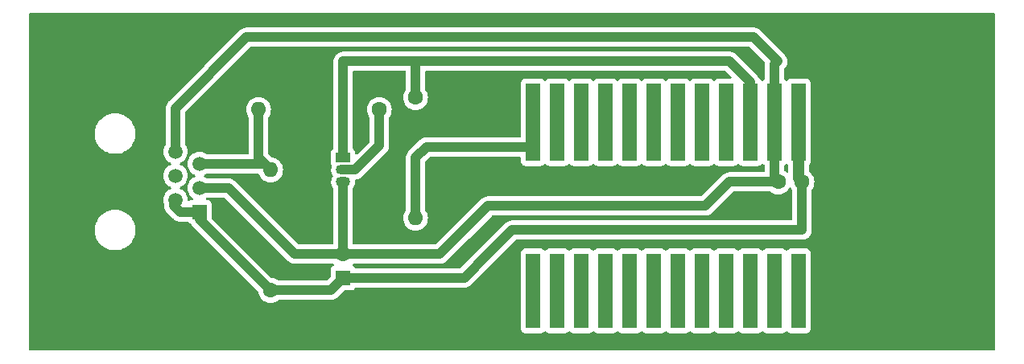
<source format=gbr>
%TF.GenerationSoftware,KiCad,Pcbnew,(6.0.9)*%
%TF.CreationDate,2022-11-20T13:44:22+01:00*%
%TF.ProjectId,esp32_ttgo_capaci,65737033-325f-4747-9467-6f5f63617061,rev?*%
%TF.SameCoordinates,Original*%
%TF.FileFunction,Copper,L1,Top*%
%TF.FilePolarity,Positive*%
%FSLAX46Y46*%
G04 Gerber Fmt 4.6, Leading zero omitted, Abs format (unit mm)*
G04 Created by KiCad (PCBNEW (6.0.9)) date 2022-11-20 13:44:22*
%MOMM*%
%LPD*%
G01*
G04 APERTURE LIST*
%TA.AperFunction,ComponentPad*%
%ADD10C,1.600000*%
%TD*%
%TA.AperFunction,ComponentPad*%
%ADD11O,1.600000X1.600000*%
%TD*%
%TA.AperFunction,ComponentPad*%
%ADD12R,1.600000X1.600000*%
%TD*%
%TA.AperFunction,ComponentPad*%
%ADD13R,1.500000X1.050000*%
%TD*%
%TA.AperFunction,ComponentPad*%
%ADD14O,1.500000X1.050000*%
%TD*%
%TA.AperFunction,ComponentPad*%
%ADD15R,1.524000X3.000000*%
%TD*%
%TA.AperFunction,ComponentPad*%
%ADD16R,1.520000X1.520000*%
%TD*%
%TA.AperFunction,ComponentPad*%
%ADD17C,1.520000*%
%TD*%
%TA.AperFunction,Conductor*%
%ADD18C,1.000000*%
%TD*%
%TA.AperFunction,Conductor*%
%ADD19C,1.200000*%
%TD*%
%TA.AperFunction,Conductor*%
%ADD20C,0.250000*%
%TD*%
G04 APERTURE END LIST*
D10*
%TO.P,R2,1*%
%TO.N,Net-(Q1-Pad1)*%
X55880000Y-21590000D03*
D11*
%TO.P,R2,2*%
%TO.N,Net-(R2-Pad2)*%
X55880000Y-34290000D03*
%TD*%
D12*
%TO.P,C1,1*%
%TO.N,Net-(J1-Pad1)*%
X48260000Y-40600000D03*
D10*
%TO.P,C1,2*%
%TO.N,GND*%
X48260000Y-38100000D03*
%TD*%
D13*
%TO.P,Q1,1,C*%
%TO.N,Net-(Q1-Pad1)*%
X48260000Y-27940000D03*
D14*
%TO.P,Q1,2,B*%
%TO.N,Net-(Q1-Pad2)*%
X48260000Y-29210000D03*
%TO.P,Q1,3,E*%
%TO.N,GND*%
X48260000Y-30480000D03*
%TD*%
D10*
%TO.P,R3,1*%
%TO.N,Net-(Q1-Pad2)*%
X52070000Y-22860000D03*
D11*
%TO.P,R3,2*%
%TO.N,Net-(J1-Pad5)*%
X39370000Y-22860000D03*
%TD*%
D10*
%TO.P,C2,1*%
%TO.N,Net-(J1-Pad1)*%
X96520000Y-30480000D03*
%TO.P,C2,2*%
%TO.N,GND*%
X94020000Y-30480000D03*
%TD*%
D15*
%TO.P,MCU1,1,5V*%
%TO.N,Net-(J1-Pad1)*%
X96175000Y-26797000D03*
X96175000Y-21590000D03*
X96175000Y-24257000D03*
%TO.P,MCU1,2,GND*%
%TO.N,GND*%
X93635000Y-26797000D03*
X93635000Y-21590000D03*
X93635000Y-24257000D03*
%TO.P,MCU1,3,GPIO27/ADC17/TOUCH7*%
%TO.N,Net-(Q1-Pad1)*%
X91095000Y-21590000D03*
X91095000Y-26797000D03*
X91095000Y-24257000D03*
%TO.P,MCU1,4,GPIO26/ADC19/DAC2*%
%TO.N,unconnected-(MCU1-Pad4)*%
X88555000Y-26797000D03*
X88555000Y-21590000D03*
X88555000Y-24257000D03*
%TO.P,MCU1,5,GPIO25/ADC18/DAC1*%
%TO.N,unconnected-(MCU1-Pad5)*%
X86015000Y-24257000D03*
X86015000Y-21590000D03*
X86015000Y-26797000D03*
%TO.P,MCU1,6,GPIO33/ADC5/TOUCH8*%
%TO.N,unconnected-(MCU1-Pad6)*%
X83475000Y-26797000D03*
X83475000Y-21590000D03*
X83475000Y-24257000D03*
%TO.P,MCU1,7,GPIO32/ADC4/TOUCH9*%
%TO.N,unconnected-(MCU1-Pad7)*%
X80935000Y-26797000D03*
X80935000Y-21590000D03*
X80935000Y-24257000D03*
%TO.P,MCU1,8,GPIO39/ADC3/SVN*%
%TO.N,unconnected-(MCU1-Pad8)*%
X78395000Y-26797000D03*
X78395000Y-24257000D03*
X78395000Y-21590000D03*
%TO.P,MCU1,9,GPIO38*%
%TO.N,unconnected-(MCU1-Pad9)*%
X75855000Y-21590000D03*
X75855000Y-24257000D03*
X75855000Y-26797000D03*
%TO.P,MCU1,10,GPIO37*%
%TO.N,unconnected-(MCU1-Pad10)*%
X73315000Y-26797000D03*
X73315000Y-24257000D03*
X73315000Y-21590000D03*
%TO.P,MCU1,11,GPIO36/ADC0*%
%TO.N,unconnected-(MCU1-Pad11)*%
X70775000Y-21590000D03*
X70775000Y-26797000D03*
X70775000Y-24257000D03*
%TO.P,MCU1,12,3V3*%
%TO.N,Net-(R2-Pad2)*%
X68235000Y-21590000D03*
X68235000Y-24257000D03*
X68235000Y-26797000D03*
%TO.P,MCU1,13,3V3*%
%TO.N,unconnected-(MCU1-Pad13)*%
X96175000Y-42037000D03*
X96175000Y-39497000D03*
X96175000Y-44450000D03*
%TO.P,MCU1,14,GND*%
%TO.N,unconnected-(MCU1-Pad14)*%
X93635000Y-44450000D03*
X93635000Y-39497000D03*
X93635000Y-42037000D03*
%TO.P,MCU1,15,GND*%
%TO.N,unconnected-(MCU1-Pad15)*%
X91095000Y-44450000D03*
X91095000Y-39497000D03*
X91095000Y-42037000D03*
%TO.P,MCU1,16,GPIO12/ADC15/TOUCH5*%
%TO.N,unconnected-(MCU1-Pad16)*%
X88555000Y-42037000D03*
X88555000Y-39497000D03*
X88555000Y-44450000D03*
%TO.P,MCU1,17,GPIO13/ADC14/TOUCH4*%
%TO.N,unconnected-(MCU1-Pad17)*%
X86015000Y-44450000D03*
X86015000Y-42037000D03*
X86015000Y-39497000D03*
%TO.P,MCU1,18,GPIO15/ADC13/TOUCH3*%
%TO.N,unconnected-(MCU1-Pad18)*%
X83475000Y-44450000D03*
X83475000Y-39497000D03*
X83475000Y-42037000D03*
%TO.P,MCU1,19,GPIO2/ADC12/TOUCH2*%
%TO.N,unconnected-(MCU1-Pad19)*%
X80935000Y-44450000D03*
X80935000Y-39497000D03*
X80935000Y-42037000D03*
%TO.P,MCU1,20,GPIO17*%
%TO.N,unconnected-(MCU1-Pad20)*%
X78395000Y-44450000D03*
X78395000Y-42037000D03*
X78395000Y-39497000D03*
%TO.P,MCU1,21,GPIO22/I2C_SCL*%
%TO.N,unconnected-(MCU1-Pad21)*%
X75855000Y-42037000D03*
X75855000Y-44450000D03*
X75855000Y-39497000D03*
%TO.P,MCU1,22,GPIO21/I2C_SDA*%
%TO.N,unconnected-(MCU1-Pad22)*%
X73315000Y-44450000D03*
X73315000Y-42037000D03*
X73315000Y-39497000D03*
%TO.P,MCU1,23,GND*%
%TO.N,unconnected-(MCU1-Pad23)*%
X70775000Y-42037000D03*
X70775000Y-39497000D03*
X70775000Y-44450000D03*
%TO.P,MCU1,24,GND*%
%TO.N,unconnected-(MCU1-Pad24)*%
X68235000Y-44450000D03*
X68235000Y-39497000D03*
X68235000Y-42037000D03*
%TD*%
D10*
%TO.P,R1,1*%
%TO.N,Net-(J1-Pad1)*%
X40640000Y-41910000D03*
D11*
%TO.P,R1,2*%
%TO.N,Net-(J1-Pad5)*%
X40640000Y-29210000D03*
%TD*%
D16*
%TO.P,J1,1*%
%TO.N,Net-(J1-Pad1)*%
X33170000Y-33650000D03*
D17*
%TO.P,J1,2*%
X30630000Y-32380000D03*
%TO.P,J1,3*%
%TO.N,GND*%
X33170000Y-31110000D03*
%TO.P,J1,4*%
%TO.N,unconnected-(J1-Pad4)*%
X30630000Y-29840000D03*
%TO.P,J1,5*%
%TO.N,Net-(J1-Pad5)*%
X33170000Y-28570000D03*
%TO.P,J1,6*%
%TO.N,GND*%
X30630000Y-27300000D03*
%TD*%
D18*
%TO.N,GND*%
X43180000Y-38100000D02*
X36190000Y-31110000D01*
X48260000Y-38100000D02*
X43180000Y-38100000D01*
X36190000Y-31110000D02*
X33170000Y-31110000D01*
D19*
%TO.N,Net-(J1-Pad1)*%
X96175000Y-26797000D02*
X96175000Y-30135000D01*
D18*
X33170000Y-34440000D02*
X40640000Y-41910000D01*
X61000000Y-40600000D02*
X63500000Y-38100000D01*
X96520000Y-35560000D02*
X96520000Y-30480000D01*
X66040000Y-35560000D02*
X96520000Y-35560000D01*
X46950000Y-41910000D02*
X48260000Y-40600000D01*
X33170000Y-33650000D02*
X33170000Y-34440000D01*
X30480000Y-32530000D02*
X30630000Y-32380000D01*
X63500000Y-38100000D02*
X66040000Y-35560000D01*
X48260000Y-40600000D02*
X61000000Y-40600000D01*
X31110000Y-33650000D02*
X30480000Y-33020000D01*
X33170000Y-33650000D02*
X31110000Y-33650000D01*
X40640000Y-41910000D02*
X46950000Y-41910000D01*
X96520000Y-30480000D02*
X96175000Y-30135000D01*
X30480000Y-33020000D02*
X30480000Y-32530000D01*
%TO.N,Net-(Q1-Pad1)*%
X91095000Y-19975000D02*
X88900000Y-17780000D01*
X91095000Y-21590000D02*
X91095000Y-19975000D01*
X48260000Y-17780000D02*
X55880000Y-17780000D01*
X48260000Y-27940000D02*
X48260000Y-17780000D01*
X88900000Y-17780000D02*
X55880000Y-17780000D01*
X55880000Y-17780000D02*
X55880000Y-21590000D01*
%TO.N,GND*%
X93635000Y-26797000D02*
X93635000Y-30135000D01*
X93980000Y-17780000D02*
X93635000Y-18125000D01*
X58420000Y-38100000D02*
X48260000Y-38100000D01*
X94020000Y-30480000D02*
X88900000Y-30480000D01*
X30630000Y-27300000D02*
X30630000Y-22710000D01*
X63500000Y-33020000D02*
X58420000Y-38100000D01*
X91440000Y-15240000D02*
X93980000Y-17780000D01*
X86360000Y-33020000D02*
X63500000Y-33020000D01*
X93635000Y-18125000D02*
X93635000Y-21590000D01*
X38100000Y-15240000D02*
X91440000Y-15240000D01*
X93635000Y-30135000D02*
X93980000Y-30480000D01*
X30630000Y-22710000D02*
X38100000Y-15240000D01*
X48260000Y-30480000D02*
X48260000Y-38100000D01*
X88900000Y-30480000D02*
X86360000Y-33020000D01*
%TO.N,Net-(R2-Pad2)*%
X57023000Y-26797000D02*
X68235000Y-26797000D01*
X55880000Y-27940000D02*
X57023000Y-26797000D01*
X55880000Y-34290000D02*
X55880000Y-27940000D01*
%TO.N,Net-(Q1-Pad2)*%
X49530000Y-29210000D02*
X52070000Y-26670000D01*
X48260000Y-29210000D02*
X49530000Y-29210000D01*
X52070000Y-26670000D02*
X52070000Y-22860000D01*
D20*
%TO.N,unconnected-(MCU1-Pad5)*%
X86432000Y-25527000D02*
X86432000Y-23912000D01*
D18*
%TO.N,Net-(J1-Pad5)*%
X40000000Y-28570000D02*
X40640000Y-29210000D01*
X33170000Y-28570000D02*
X40000000Y-28570000D01*
X39370000Y-27940000D02*
X40640000Y-29210000D01*
X39370000Y-22860000D02*
X39370000Y-27940000D01*
%TD*%
%TA.AperFunction,NonConductor*%
G36*
X94994145Y-28588187D02*
G01*
X95005819Y-28601659D01*
X95041328Y-28649038D01*
X95066174Y-28715543D01*
X95066500Y-28724601D01*
X95066500Y-29373886D01*
X95046498Y-29442007D01*
X94992842Y-29488500D01*
X94922568Y-29498604D01*
X94864968Y-29472848D01*
X94864300Y-29473802D01*
X94697229Y-29356817D01*
X94652901Y-29301360D01*
X94643500Y-29253604D01*
X94643500Y-28810796D01*
X94663502Y-28742675D01*
X94693935Y-28709970D01*
X94753080Y-28665643D01*
X94753081Y-28665642D01*
X94760261Y-28660261D01*
X94804174Y-28601668D01*
X94861033Y-28559153D01*
X94931852Y-28554127D01*
X94994145Y-28588187D01*
G37*
%TD.AperFunction*%
%TA.AperFunction,NonConductor*%
G36*
X91038196Y-16268502D02*
G01*
X91059170Y-16285405D01*
X92604549Y-17830784D01*
X92638575Y-17893096D01*
X92640809Y-17932612D01*
X92632218Y-18017187D01*
X92632089Y-18018393D01*
X92626500Y-18068227D01*
X92626500Y-18071754D01*
X92626445Y-18072739D01*
X92625998Y-18078419D01*
X92621626Y-18121462D01*
X92622206Y-18127593D01*
X92625941Y-18167109D01*
X92626500Y-18178967D01*
X92626500Y-19576204D01*
X92606498Y-19644325D01*
X92576065Y-19677030D01*
X92509739Y-19726739D01*
X92504358Y-19733919D01*
X92465826Y-19785332D01*
X92408967Y-19827847D01*
X92338148Y-19832873D01*
X92275855Y-19798813D01*
X92264174Y-19785332D01*
X92225642Y-19733919D01*
X92220261Y-19726739D01*
X92103705Y-19639385D01*
X92095296Y-19636233D01*
X92095295Y-19636232D01*
X92092257Y-19635093D01*
X92089682Y-19633159D01*
X92087425Y-19631923D01*
X92087603Y-19631597D01*
X92035492Y-19592452D01*
X92025234Y-19576263D01*
X91988269Y-19506740D01*
X91987657Y-19505574D01*
X91947729Y-19428547D01*
X91944892Y-19423074D01*
X91941569Y-19418911D01*
X91939066Y-19414204D01*
X91880261Y-19342102D01*
X91879433Y-19341075D01*
X91850469Y-19304792D01*
X91850464Y-19304787D01*
X91848262Y-19302028D01*
X91845761Y-19299527D01*
X91845119Y-19298809D01*
X91841406Y-19294461D01*
X91833642Y-19284941D01*
X91814065Y-19260938D01*
X91809323Y-19257015D01*
X91809321Y-19257013D01*
X91778727Y-19231703D01*
X91769947Y-19223713D01*
X89656855Y-17110621D01*
X89647753Y-17100478D01*
X89627897Y-17075782D01*
X89624032Y-17070975D01*
X89585578Y-17038708D01*
X89581931Y-17035528D01*
X89580119Y-17033885D01*
X89577925Y-17031691D01*
X89544651Y-17004358D01*
X89543853Y-17003696D01*
X89472526Y-16943846D01*
X89467856Y-16941278D01*
X89463739Y-16937897D01*
X89381914Y-16894023D01*
X89380755Y-16893394D01*
X89304619Y-16851538D01*
X89304611Y-16851535D01*
X89299213Y-16848567D01*
X89294131Y-16846955D01*
X89289437Y-16844438D01*
X89200469Y-16817238D01*
X89199441Y-16816918D01*
X89110694Y-16788765D01*
X89105398Y-16788171D01*
X89100302Y-16786613D01*
X89007743Y-16777210D01*
X89006607Y-16777089D01*
X88972992Y-16773319D01*
X88960270Y-16771892D01*
X88960266Y-16771892D01*
X88956773Y-16771500D01*
X88953246Y-16771500D01*
X88952261Y-16771445D01*
X88946581Y-16770998D01*
X88917175Y-16768011D01*
X88909663Y-16767248D01*
X88909661Y-16767248D01*
X88903538Y-16766626D01*
X88861259Y-16770623D01*
X88857891Y-16770941D01*
X88846033Y-16771500D01*
X55939873Y-16771500D01*
X55926703Y-16770810D01*
X55893204Y-16767289D01*
X55893202Y-16767289D01*
X55887075Y-16766645D01*
X55839430Y-16770981D01*
X55828010Y-16771500D01*
X48319873Y-16771500D01*
X48306703Y-16770810D01*
X48273204Y-16767289D01*
X48273202Y-16767289D01*
X48267075Y-16766645D01*
X48216827Y-16771218D01*
X48212793Y-16771500D01*
X48210231Y-16771500D01*
X48207173Y-16771800D01*
X48207169Y-16771800D01*
X48165404Y-16775895D01*
X48164529Y-16775977D01*
X48152432Y-16777078D01*
X48070112Y-16784570D01*
X48066703Y-16785573D01*
X48063167Y-16785920D01*
X47972279Y-16813361D01*
X47971610Y-16813561D01*
X47880381Y-16840410D01*
X47877228Y-16842058D01*
X47873831Y-16843084D01*
X47868401Y-16845971D01*
X47868399Y-16845972D01*
X47862650Y-16849029D01*
X47789899Y-16887711D01*
X47789319Y-16888016D01*
X47705110Y-16932040D01*
X47702342Y-16934265D01*
X47699204Y-16935934D01*
X47694426Y-16939831D01*
X47625628Y-16995941D01*
X47624944Y-16996494D01*
X47555782Y-17052102D01*
X47555776Y-17052108D01*
X47550975Y-17055968D01*
X47548692Y-17058689D01*
X47545938Y-17060935D01*
X47542011Y-17065682D01*
X47542009Y-17065684D01*
X47518627Y-17093949D01*
X47505529Y-17109782D01*
X47485441Y-17134064D01*
X47484935Y-17134671D01*
X47423846Y-17207474D01*
X47422134Y-17210589D01*
X47419870Y-17213325D01*
X47416939Y-17218746D01*
X47374700Y-17296865D01*
X47374298Y-17297603D01*
X47328567Y-17380787D01*
X47327494Y-17384170D01*
X47325802Y-17387299D01*
X47322767Y-17397104D01*
X47297725Y-17478002D01*
X47297468Y-17478822D01*
X47268765Y-17569306D01*
X47268369Y-17572837D01*
X47267318Y-17576232D01*
X47264849Y-17599724D01*
X47257396Y-17670638D01*
X47257311Y-17671421D01*
X47251500Y-17723227D01*
X47251500Y-17725800D01*
X47251180Y-17729776D01*
X47246645Y-17772925D01*
X47247204Y-17779065D01*
X47250981Y-17820570D01*
X47251500Y-17831990D01*
X47251500Y-26910198D01*
X47231498Y-26978319D01*
X47201065Y-27011024D01*
X47146739Y-27051739D01*
X47059385Y-27168295D01*
X47008255Y-27304684D01*
X47001500Y-27366866D01*
X47001500Y-28513134D01*
X47008255Y-28575316D01*
X47011029Y-28582715D01*
X47056232Y-28703296D01*
X47056234Y-28703299D01*
X47059385Y-28711705D01*
X47064773Y-28718894D01*
X47064906Y-28719137D01*
X47080076Y-28788494D01*
X47074752Y-28816907D01*
X47017710Y-29001180D01*
X46996524Y-29202750D01*
X46997083Y-29208890D01*
X47013018Y-29383979D01*
X47014894Y-29404596D01*
X47016632Y-29410502D01*
X47016633Y-29410506D01*
X47055942Y-29544063D01*
X47072119Y-29599029D01*
X47074972Y-29604486D01*
X47074973Y-29604489D01*
X47106202Y-29664225D01*
X47165923Y-29778460D01*
X47165923Y-29778462D01*
X47166019Y-29778645D01*
X47165984Y-29778663D01*
X47185889Y-29844441D01*
X47170729Y-29905409D01*
X47077644Y-30077565D01*
X47048214Y-30172637D01*
X47021978Y-30257393D01*
X47017710Y-30271180D01*
X47017066Y-30277305D01*
X47017066Y-30277306D01*
X47007459Y-30368709D01*
X46996524Y-30472750D01*
X46999370Y-30504022D01*
X47013018Y-30653979D01*
X47014894Y-30674596D01*
X47072119Y-30869029D01*
X47074972Y-30874486D01*
X47074973Y-30874489D01*
X47100822Y-30923933D01*
X47166019Y-31048645D01*
X47169879Y-31053445D01*
X47169879Y-31053446D01*
X47223697Y-31120382D01*
X47250793Y-31186004D01*
X47251500Y-31199334D01*
X47251500Y-36965500D01*
X47231498Y-37033621D01*
X47177842Y-37080114D01*
X47125500Y-37091500D01*
X43649924Y-37091500D01*
X43581803Y-37071498D01*
X43560829Y-37054595D01*
X36946855Y-30440621D01*
X36937753Y-30430478D01*
X36917897Y-30405782D01*
X36914032Y-30400975D01*
X36875578Y-30368708D01*
X36871931Y-30365528D01*
X36870119Y-30363885D01*
X36867925Y-30361691D01*
X36834651Y-30334358D01*
X36833853Y-30333696D01*
X36762526Y-30273846D01*
X36757856Y-30271278D01*
X36753739Y-30267897D01*
X36671914Y-30224023D01*
X36670755Y-30223394D01*
X36594619Y-30181538D01*
X36594611Y-30181535D01*
X36589213Y-30178567D01*
X36584131Y-30176955D01*
X36579437Y-30174438D01*
X36490469Y-30147238D01*
X36489435Y-30146916D01*
X36400694Y-30118765D01*
X36395398Y-30118171D01*
X36390302Y-30116613D01*
X36297743Y-30107210D01*
X36296607Y-30107089D01*
X36259844Y-30102966D01*
X36250270Y-30101892D01*
X36250266Y-30101892D01*
X36246773Y-30101500D01*
X36243246Y-30101500D01*
X36242261Y-30101445D01*
X36236581Y-30100998D01*
X36207175Y-30098011D01*
X36199663Y-30097248D01*
X36199661Y-30097248D01*
X36193538Y-30096626D01*
X36151259Y-30100623D01*
X36147891Y-30100941D01*
X36136033Y-30101500D01*
X33981002Y-30101500D01*
X33908731Y-30078713D01*
X33883597Y-30061114D01*
X33806673Y-30007251D01*
X33801691Y-30004928D01*
X33801686Y-30004925D01*
X33692894Y-29954195D01*
X33639609Y-29907278D01*
X33620148Y-29839000D01*
X33640690Y-29771041D01*
X33692894Y-29725805D01*
X33801686Y-29675075D01*
X33801691Y-29675072D01*
X33806673Y-29672749D01*
X33908731Y-29601287D01*
X33981002Y-29578500D01*
X39288612Y-29578500D01*
X39356733Y-29598502D01*
X39403226Y-29652158D01*
X39404937Y-29656337D01*
X39405716Y-29659243D01*
X39436754Y-29725805D01*
X39500151Y-29861762D01*
X39500154Y-29861767D01*
X39502477Y-29866749D01*
X39570056Y-29963262D01*
X39613829Y-30025775D01*
X39633802Y-30054300D01*
X39795700Y-30216198D01*
X39800208Y-30219355D01*
X39800211Y-30219357D01*
X39846706Y-30251913D01*
X39983251Y-30347523D01*
X39988233Y-30349846D01*
X39988238Y-30349849D01*
X40185775Y-30441961D01*
X40190757Y-30444284D01*
X40196065Y-30445706D01*
X40196067Y-30445707D01*
X40406598Y-30502119D01*
X40406600Y-30502119D01*
X40411913Y-30503543D01*
X40640000Y-30523498D01*
X40868087Y-30503543D01*
X40873400Y-30502119D01*
X40873402Y-30502119D01*
X41083933Y-30445707D01*
X41083935Y-30445706D01*
X41089243Y-30444284D01*
X41094225Y-30441961D01*
X41291762Y-30349849D01*
X41291767Y-30349846D01*
X41296749Y-30347523D01*
X41433294Y-30251913D01*
X41479789Y-30219357D01*
X41479792Y-30219355D01*
X41484300Y-30216198D01*
X41646198Y-30054300D01*
X41666172Y-30025775D01*
X41709944Y-29963262D01*
X41777523Y-29866749D01*
X41779846Y-29861767D01*
X41779849Y-29861762D01*
X41871961Y-29664225D01*
X41871961Y-29664224D01*
X41874284Y-29659243D01*
X41876183Y-29652158D01*
X41932119Y-29443402D01*
X41932119Y-29443400D01*
X41933543Y-29438087D01*
X41953498Y-29210000D01*
X41933543Y-28981913D01*
X41903143Y-28868458D01*
X41875707Y-28766067D01*
X41875706Y-28766065D01*
X41874284Y-28760757D01*
X41863323Y-28737251D01*
X41779849Y-28558238D01*
X41779846Y-28558233D01*
X41777523Y-28553251D01*
X41680519Y-28414715D01*
X41649357Y-28370211D01*
X41649355Y-28370208D01*
X41646198Y-28365700D01*
X41484300Y-28203802D01*
X41479792Y-28200645D01*
X41479789Y-28200643D01*
X41378197Y-28129508D01*
X41296749Y-28072477D01*
X41291767Y-28070154D01*
X41291762Y-28070151D01*
X41094225Y-27978039D01*
X41094224Y-27978039D01*
X41089243Y-27975716D01*
X41083935Y-27974294D01*
X41083933Y-27974293D01*
X40965627Y-27942593D01*
X40868087Y-27916457D01*
X40862605Y-27915977D01*
X40862597Y-27915976D01*
X40814654Y-27911781D01*
X40748536Y-27885918D01*
X40732352Y-27870034D01*
X40732203Y-27870180D01*
X40727900Y-27865786D01*
X40724032Y-27860975D01*
X40685836Y-27828925D01*
X40677732Y-27821498D01*
X40415405Y-27559171D01*
X40381379Y-27496859D01*
X40378500Y-27470076D01*
X40378500Y-23740740D01*
X40401287Y-23668469D01*
X40459721Y-23585017D01*
X40507523Y-23516749D01*
X40509846Y-23511767D01*
X40509849Y-23511762D01*
X40601961Y-23314225D01*
X40601961Y-23314224D01*
X40604284Y-23309243D01*
X40611850Y-23281009D01*
X40662119Y-23093402D01*
X40662119Y-23093400D01*
X40663543Y-23088087D01*
X40683498Y-22860000D01*
X40663543Y-22631913D01*
X40662119Y-22626598D01*
X40605707Y-22416067D01*
X40605706Y-22416065D01*
X40604284Y-22410757D01*
X40564974Y-22326456D01*
X40509849Y-22208238D01*
X40509846Y-22208233D01*
X40507523Y-22203251D01*
X40410849Y-22065186D01*
X40379357Y-22020211D01*
X40379355Y-22020208D01*
X40376198Y-22015700D01*
X40214300Y-21853802D01*
X40209792Y-21850645D01*
X40209789Y-21850643D01*
X40131611Y-21795902D01*
X40026749Y-21722477D01*
X40021767Y-21720154D01*
X40021762Y-21720151D01*
X39824225Y-21628039D01*
X39824224Y-21628039D01*
X39819243Y-21625716D01*
X39813935Y-21624294D01*
X39813933Y-21624293D01*
X39603402Y-21567881D01*
X39603400Y-21567881D01*
X39598087Y-21566457D01*
X39370000Y-21546502D01*
X39141913Y-21566457D01*
X39136600Y-21567881D01*
X39136598Y-21567881D01*
X38926067Y-21624293D01*
X38926065Y-21624294D01*
X38920757Y-21625716D01*
X38915776Y-21628039D01*
X38915775Y-21628039D01*
X38718238Y-21720151D01*
X38718233Y-21720154D01*
X38713251Y-21722477D01*
X38608389Y-21795902D01*
X38530211Y-21850643D01*
X38530208Y-21850645D01*
X38525700Y-21853802D01*
X38363802Y-22015700D01*
X38360645Y-22020208D01*
X38360643Y-22020211D01*
X38329151Y-22065186D01*
X38232477Y-22203251D01*
X38230154Y-22208233D01*
X38230151Y-22208238D01*
X38175026Y-22326456D01*
X38135716Y-22410757D01*
X38134294Y-22416065D01*
X38134293Y-22416067D01*
X38077881Y-22626598D01*
X38076457Y-22631913D01*
X38056502Y-22860000D01*
X38076457Y-23088087D01*
X38077881Y-23093400D01*
X38077881Y-23093402D01*
X38128151Y-23281009D01*
X38135716Y-23309243D01*
X38138039Y-23314224D01*
X38138039Y-23314225D01*
X38230151Y-23511762D01*
X38230154Y-23511767D01*
X38232477Y-23516749D01*
X38280279Y-23585017D01*
X38338713Y-23668469D01*
X38361500Y-23740740D01*
X38361500Y-27435500D01*
X38341498Y-27503621D01*
X38287842Y-27550114D01*
X38235500Y-27561500D01*
X33981002Y-27561500D01*
X33908731Y-27538713D01*
X33874338Y-27514631D01*
X33806673Y-27467251D01*
X33801691Y-27464928D01*
X33801686Y-27464925D01*
X33610492Y-27375770D01*
X33610491Y-27375769D01*
X33605510Y-27373447D01*
X33600202Y-27372025D01*
X33600200Y-27372024D01*
X33396429Y-27317424D01*
X33396427Y-27317424D01*
X33391114Y-27316000D01*
X33170000Y-27296655D01*
X32948886Y-27316000D01*
X32943573Y-27317424D01*
X32943571Y-27317424D01*
X32739800Y-27372024D01*
X32739798Y-27372025D01*
X32734490Y-27373447D01*
X32729510Y-27375769D01*
X32729508Y-27375770D01*
X32538315Y-27464925D01*
X32538310Y-27464928D01*
X32533328Y-27467251D01*
X32528821Y-27470407D01*
X32528819Y-27470408D01*
X32356021Y-27591402D01*
X32356018Y-27591404D01*
X32351510Y-27594561D01*
X32194561Y-27751510D01*
X32191404Y-27756018D01*
X32191402Y-27756021D01*
X32085468Y-27907311D01*
X32067251Y-27933328D01*
X32064928Y-27938310D01*
X32064925Y-27938315D01*
X32038974Y-27993967D01*
X31973447Y-28134490D01*
X31972025Y-28139798D01*
X31972024Y-28139800D01*
X31923517Y-28320831D01*
X31916000Y-28348886D01*
X31896655Y-28570000D01*
X31916000Y-28791114D01*
X31917424Y-28796427D01*
X31917424Y-28796429D01*
X31970710Y-28995294D01*
X31973447Y-29005510D01*
X31975769Y-29010490D01*
X31975770Y-29010492D01*
X32064925Y-29201685D01*
X32064928Y-29201690D01*
X32067251Y-29206672D01*
X32194561Y-29388490D01*
X32351510Y-29545439D01*
X32356018Y-29548596D01*
X32356021Y-29548598D01*
X32398726Y-29578500D01*
X32533327Y-29672749D01*
X32538309Y-29675072D01*
X32538314Y-29675075D01*
X32647106Y-29725805D01*
X32700391Y-29772722D01*
X32719852Y-29841000D01*
X32699310Y-29908959D01*
X32647106Y-29954195D01*
X32538315Y-30004925D01*
X32538310Y-30004928D01*
X32533328Y-30007251D01*
X32528821Y-30010407D01*
X32528819Y-30010408D01*
X32356021Y-30131402D01*
X32356018Y-30131404D01*
X32351510Y-30134561D01*
X32194561Y-30291510D01*
X32191404Y-30296018D01*
X32191402Y-30296021D01*
X32070408Y-30468819D01*
X32067251Y-30473328D01*
X32064928Y-30478310D01*
X32064925Y-30478315D01*
X32043856Y-30523498D01*
X31973447Y-30674490D01*
X31972025Y-30679798D01*
X31972024Y-30679800D01*
X31917424Y-30883571D01*
X31916000Y-30888886D01*
X31896655Y-31110000D01*
X31916000Y-31331114D01*
X31917424Y-31336427D01*
X31917424Y-31336429D01*
X31934834Y-31401402D01*
X31973447Y-31545510D01*
X31975769Y-31550490D01*
X31975770Y-31550492D01*
X32064925Y-31741685D01*
X32064928Y-31741690D01*
X32067251Y-31746672D01*
X32070407Y-31751179D01*
X32070408Y-31751181D01*
X32086402Y-31774022D01*
X32194561Y-31928490D01*
X32351510Y-32085439D01*
X32356018Y-32088596D01*
X32356021Y-32088598D01*
X32398726Y-32118500D01*
X32446978Y-32152286D01*
X32446979Y-32152287D01*
X32491307Y-32207744D01*
X32498616Y-32278363D01*
X32466585Y-32341724D01*
X32405384Y-32377709D01*
X32374708Y-32381500D01*
X32361866Y-32381500D01*
X32299684Y-32388255D01*
X32163295Y-32439385D01*
X32156110Y-32444770D01*
X32156108Y-32444771D01*
X32104431Y-32483501D01*
X32037924Y-32508349D01*
X31968542Y-32493296D01*
X31918312Y-32443122D01*
X31903048Y-32383389D01*
X31903345Y-32380000D01*
X31884000Y-32158886D01*
X31873179Y-32118500D01*
X31827976Y-31949800D01*
X31827975Y-31949798D01*
X31826553Y-31944490D01*
X31756144Y-31793498D01*
X31735075Y-31748315D01*
X31735072Y-31748310D01*
X31732749Y-31743328D01*
X31710786Y-31711961D01*
X31608598Y-31566021D01*
X31608596Y-31566018D01*
X31605439Y-31561510D01*
X31448490Y-31404561D01*
X31443982Y-31401404D01*
X31443979Y-31401402D01*
X31327423Y-31319789D01*
X31266673Y-31277251D01*
X31261691Y-31274928D01*
X31261686Y-31274925D01*
X31152894Y-31224195D01*
X31099609Y-31177278D01*
X31080148Y-31109000D01*
X31100690Y-31041041D01*
X31152894Y-30995805D01*
X31261686Y-30945075D01*
X31261691Y-30945072D01*
X31266673Y-30942749D01*
X31380395Y-30863120D01*
X31443979Y-30818598D01*
X31443982Y-30818596D01*
X31448490Y-30815439D01*
X31605439Y-30658490D01*
X31713599Y-30504022D01*
X31729592Y-30481181D01*
X31729593Y-30481179D01*
X31732749Y-30476672D01*
X31735072Y-30471690D01*
X31735075Y-30471685D01*
X31824230Y-30280492D01*
X31824231Y-30280490D01*
X31826553Y-30275510D01*
X31831408Y-30257393D01*
X31882576Y-30066429D01*
X31882576Y-30066427D01*
X31884000Y-30061114D01*
X31903345Y-29840000D01*
X31884000Y-29618886D01*
X31880142Y-29604489D01*
X31827976Y-29409800D01*
X31827975Y-29409798D01*
X31826553Y-29404490D01*
X31801906Y-29351634D01*
X31735075Y-29208315D01*
X31735072Y-29208310D01*
X31732749Y-29203328D01*
X31729592Y-29198819D01*
X31608598Y-29026021D01*
X31608596Y-29026018D01*
X31605439Y-29021510D01*
X31448490Y-28864561D01*
X31443982Y-28861404D01*
X31443979Y-28861402D01*
X31351188Y-28796429D01*
X31266673Y-28737251D01*
X31261691Y-28734928D01*
X31261686Y-28734925D01*
X31152894Y-28684195D01*
X31099609Y-28637278D01*
X31080148Y-28569000D01*
X31100690Y-28501041D01*
X31152894Y-28455805D01*
X31261686Y-28405075D01*
X31261691Y-28405072D01*
X31266673Y-28402749D01*
X31383664Y-28320831D01*
X31443979Y-28278598D01*
X31443982Y-28278596D01*
X31448490Y-28275439D01*
X31605439Y-28118490D01*
X31639287Y-28070151D01*
X31729592Y-27941181D01*
X31729593Y-27941179D01*
X31732749Y-27936672D01*
X31735072Y-27931690D01*
X31735075Y-27931685D01*
X31824230Y-27740492D01*
X31824231Y-27740490D01*
X31826553Y-27735510D01*
X31828216Y-27729306D01*
X31882576Y-27526429D01*
X31882576Y-27526427D01*
X31884000Y-27521114D01*
X31903345Y-27300000D01*
X31884000Y-27078886D01*
X31880113Y-27064378D01*
X31827976Y-26869800D01*
X31827975Y-26869798D01*
X31826553Y-26864490D01*
X31818625Y-26847489D01*
X31735072Y-26668309D01*
X31735070Y-26668306D01*
X31732749Y-26663328D01*
X31661287Y-26561269D01*
X31638500Y-26488999D01*
X31638500Y-23179925D01*
X31658502Y-23111804D01*
X31675405Y-23090830D01*
X38480829Y-16285405D01*
X38543141Y-16251379D01*
X38569924Y-16248500D01*
X90970075Y-16248500D01*
X91038196Y-16268502D01*
G37*
%TD.AperFunction*%
%TA.AperFunction,NonConductor*%
G36*
X54813621Y-18808502D02*
G01*
X54860114Y-18862158D01*
X54871500Y-18914500D01*
X54871500Y-20709260D01*
X54848713Y-20781531D01*
X54742477Y-20933251D01*
X54740154Y-20938233D01*
X54740151Y-20938238D01*
X54648039Y-21135775D01*
X54645716Y-21140757D01*
X54586457Y-21361913D01*
X54566502Y-21590000D01*
X54586457Y-21818087D01*
X54587881Y-21823400D01*
X54587881Y-21823402D01*
X54642804Y-22028374D01*
X54645716Y-22039243D01*
X54648039Y-22044224D01*
X54648039Y-22044225D01*
X54740151Y-22241762D01*
X54740154Y-22241767D01*
X54742477Y-22246749D01*
X54791259Y-22316417D01*
X54856823Y-22410051D01*
X54873802Y-22434300D01*
X55035700Y-22596198D01*
X55040208Y-22599355D01*
X55040211Y-22599357D01*
X55086706Y-22631913D01*
X55223251Y-22727523D01*
X55228233Y-22729846D01*
X55228238Y-22729849D01*
X55425775Y-22821961D01*
X55430757Y-22824284D01*
X55436065Y-22825706D01*
X55436067Y-22825707D01*
X55646598Y-22882119D01*
X55646600Y-22882119D01*
X55651913Y-22883543D01*
X55880000Y-22903498D01*
X56108087Y-22883543D01*
X56113400Y-22882119D01*
X56113402Y-22882119D01*
X56323933Y-22825707D01*
X56323935Y-22825706D01*
X56329243Y-22824284D01*
X56334225Y-22821961D01*
X56531762Y-22729849D01*
X56531767Y-22729846D01*
X56536749Y-22727523D01*
X56673294Y-22631913D01*
X56719789Y-22599357D01*
X56719792Y-22599355D01*
X56724300Y-22596198D01*
X56886198Y-22434300D01*
X56903178Y-22410051D01*
X56968741Y-22316417D01*
X57017523Y-22246749D01*
X57019846Y-22241767D01*
X57019849Y-22241762D01*
X57111961Y-22044225D01*
X57111961Y-22044224D01*
X57114284Y-22039243D01*
X57117197Y-22028374D01*
X57172119Y-21823402D01*
X57172119Y-21823400D01*
X57173543Y-21818087D01*
X57193498Y-21590000D01*
X57173543Y-21361913D01*
X57114284Y-21140757D01*
X57111961Y-21135775D01*
X57019849Y-20938238D01*
X57019846Y-20938233D01*
X57017523Y-20933251D01*
X56911287Y-20781531D01*
X56888500Y-20709260D01*
X56888500Y-18914500D01*
X56908502Y-18846379D01*
X56962158Y-18799886D01*
X57014500Y-18788500D01*
X88430075Y-18788500D01*
X88498196Y-18808502D01*
X88519170Y-18825405D01*
X89060170Y-19366405D01*
X89094196Y-19428717D01*
X89089131Y-19499532D01*
X89046584Y-19556368D01*
X88980064Y-19581179D01*
X88971075Y-19581500D01*
X87744866Y-19581500D01*
X87682684Y-19588255D01*
X87546295Y-19639385D01*
X87429739Y-19726739D01*
X87424358Y-19733919D01*
X87385826Y-19785332D01*
X87328967Y-19827847D01*
X87258148Y-19832873D01*
X87195855Y-19798813D01*
X87184174Y-19785332D01*
X87145642Y-19733919D01*
X87140261Y-19726739D01*
X87023705Y-19639385D01*
X86887316Y-19588255D01*
X86825134Y-19581500D01*
X85204866Y-19581500D01*
X85142684Y-19588255D01*
X85006295Y-19639385D01*
X84889739Y-19726739D01*
X84884358Y-19733919D01*
X84845826Y-19785332D01*
X84788967Y-19827847D01*
X84718148Y-19832873D01*
X84655855Y-19798813D01*
X84644174Y-19785332D01*
X84605642Y-19733919D01*
X84600261Y-19726739D01*
X84483705Y-19639385D01*
X84347316Y-19588255D01*
X84285134Y-19581500D01*
X82664866Y-19581500D01*
X82602684Y-19588255D01*
X82466295Y-19639385D01*
X82349739Y-19726739D01*
X82344358Y-19733919D01*
X82305826Y-19785332D01*
X82248967Y-19827847D01*
X82178148Y-19832873D01*
X82115855Y-19798813D01*
X82104174Y-19785332D01*
X82065642Y-19733919D01*
X82060261Y-19726739D01*
X81943705Y-19639385D01*
X81807316Y-19588255D01*
X81745134Y-19581500D01*
X80124866Y-19581500D01*
X80062684Y-19588255D01*
X79926295Y-19639385D01*
X79809739Y-19726739D01*
X79804358Y-19733919D01*
X79765826Y-19785332D01*
X79708967Y-19827847D01*
X79638148Y-19832873D01*
X79575855Y-19798813D01*
X79564174Y-19785332D01*
X79525642Y-19733919D01*
X79520261Y-19726739D01*
X79403705Y-19639385D01*
X79267316Y-19588255D01*
X79205134Y-19581500D01*
X77584866Y-19581500D01*
X77522684Y-19588255D01*
X77386295Y-19639385D01*
X77269739Y-19726739D01*
X77264358Y-19733919D01*
X77225826Y-19785332D01*
X77168967Y-19827847D01*
X77098148Y-19832873D01*
X77035855Y-19798813D01*
X77024174Y-19785332D01*
X76985642Y-19733919D01*
X76980261Y-19726739D01*
X76863705Y-19639385D01*
X76727316Y-19588255D01*
X76665134Y-19581500D01*
X75044866Y-19581500D01*
X74982684Y-19588255D01*
X74846295Y-19639385D01*
X74729739Y-19726739D01*
X74724358Y-19733919D01*
X74685826Y-19785332D01*
X74628967Y-19827847D01*
X74558148Y-19832873D01*
X74495855Y-19798813D01*
X74484174Y-19785332D01*
X74445642Y-19733919D01*
X74440261Y-19726739D01*
X74323705Y-19639385D01*
X74187316Y-19588255D01*
X74125134Y-19581500D01*
X72504866Y-19581500D01*
X72442684Y-19588255D01*
X72306295Y-19639385D01*
X72189739Y-19726739D01*
X72184358Y-19733919D01*
X72145826Y-19785332D01*
X72088967Y-19827847D01*
X72018148Y-19832873D01*
X71955855Y-19798813D01*
X71944174Y-19785332D01*
X71905642Y-19733919D01*
X71900261Y-19726739D01*
X71783705Y-19639385D01*
X71647316Y-19588255D01*
X71585134Y-19581500D01*
X69964866Y-19581500D01*
X69902684Y-19588255D01*
X69766295Y-19639385D01*
X69649739Y-19726739D01*
X69644358Y-19733919D01*
X69605826Y-19785332D01*
X69548967Y-19827847D01*
X69478148Y-19832873D01*
X69415855Y-19798813D01*
X69404174Y-19785332D01*
X69365642Y-19733919D01*
X69360261Y-19726739D01*
X69243705Y-19639385D01*
X69107316Y-19588255D01*
X69045134Y-19581500D01*
X67424866Y-19581500D01*
X67362684Y-19588255D01*
X67226295Y-19639385D01*
X67109739Y-19726739D01*
X67022385Y-19843295D01*
X66971255Y-19979684D01*
X66964500Y-20041866D01*
X66964500Y-25662500D01*
X66944498Y-25730621D01*
X66890842Y-25777114D01*
X66838500Y-25788500D01*
X57084842Y-25788500D01*
X57071235Y-25787763D01*
X57039737Y-25784341D01*
X57039732Y-25784341D01*
X57033611Y-25783676D01*
X57015611Y-25785251D01*
X56983609Y-25788050D01*
X56978784Y-25788379D01*
X56976313Y-25788500D01*
X56973231Y-25788500D01*
X56950763Y-25790703D01*
X56930489Y-25792691D01*
X56929174Y-25792813D01*
X56896913Y-25795636D01*
X56836587Y-25800913D01*
X56831468Y-25802400D01*
X56826167Y-25802920D01*
X56737166Y-25829791D01*
X56736033Y-25830126D01*
X56652586Y-25854370D01*
X56652582Y-25854372D01*
X56646664Y-25856091D01*
X56641932Y-25858544D01*
X56636831Y-25860084D01*
X56631388Y-25862978D01*
X56554740Y-25903731D01*
X56553574Y-25904343D01*
X56476547Y-25944271D01*
X56471074Y-25947108D01*
X56466911Y-25950431D01*
X56462204Y-25952934D01*
X56390082Y-26011755D01*
X56389226Y-26012446D01*
X56350027Y-26043738D01*
X56347523Y-26046242D01*
X56346805Y-26046884D01*
X56342472Y-26050585D01*
X56308938Y-26077935D01*
X56305011Y-26082682D01*
X56305009Y-26082684D01*
X56279713Y-26113262D01*
X56271723Y-26122042D01*
X55210621Y-27183145D01*
X55200478Y-27192247D01*
X55170975Y-27215968D01*
X55156236Y-27233533D01*
X55138709Y-27254421D01*
X55135528Y-27258069D01*
X55133885Y-27259881D01*
X55131691Y-27262075D01*
X55104358Y-27295349D01*
X55103696Y-27296147D01*
X55043846Y-27367474D01*
X55041278Y-27372144D01*
X55037897Y-27376261D01*
X55010771Y-27426851D01*
X54994023Y-27458086D01*
X54993394Y-27459245D01*
X54951538Y-27535381D01*
X54951535Y-27535389D01*
X54948567Y-27540787D01*
X54946955Y-27545869D01*
X54944438Y-27550563D01*
X54917238Y-27639531D01*
X54916918Y-27640559D01*
X54888765Y-27729306D01*
X54888171Y-27734602D01*
X54886613Y-27739698D01*
X54878304Y-27821498D01*
X54877218Y-27832187D01*
X54877089Y-27833393D01*
X54871500Y-27883227D01*
X54871500Y-27886754D01*
X54871445Y-27887739D01*
X54870998Y-27893419D01*
X54866626Y-27936462D01*
X54867206Y-27942593D01*
X54870941Y-27982109D01*
X54871500Y-27993967D01*
X54871500Y-33409260D01*
X54848713Y-33481531D01*
X54742477Y-33633251D01*
X54740154Y-33638233D01*
X54740151Y-33638238D01*
X54648039Y-33835775D01*
X54645716Y-33840757D01*
X54644294Y-33846065D01*
X54644293Y-33846067D01*
X54594261Y-34032787D01*
X54586457Y-34061913D01*
X54566502Y-34290000D01*
X54586457Y-34518087D01*
X54587881Y-34523400D01*
X54587881Y-34523402D01*
X54638800Y-34713431D01*
X54645716Y-34739243D01*
X54648039Y-34744224D01*
X54648039Y-34744225D01*
X54740151Y-34941762D01*
X54740154Y-34941767D01*
X54742477Y-34946749D01*
X54780033Y-35000384D01*
X54861125Y-35116195D01*
X54873802Y-35134300D01*
X55035700Y-35296198D01*
X55040208Y-35299355D01*
X55040211Y-35299357D01*
X55118389Y-35354098D01*
X55223251Y-35427523D01*
X55228233Y-35429846D01*
X55228238Y-35429849D01*
X55395857Y-35508010D01*
X55430757Y-35524284D01*
X55436065Y-35525706D01*
X55436067Y-35525707D01*
X55646598Y-35582119D01*
X55646600Y-35582119D01*
X55651913Y-35583543D01*
X55880000Y-35603498D01*
X56108087Y-35583543D01*
X56113400Y-35582119D01*
X56113402Y-35582119D01*
X56323933Y-35525707D01*
X56323935Y-35525706D01*
X56329243Y-35524284D01*
X56364143Y-35508010D01*
X56531762Y-35429849D01*
X56531767Y-35429846D01*
X56536749Y-35427523D01*
X56641611Y-35354098D01*
X56719789Y-35299357D01*
X56719792Y-35299355D01*
X56724300Y-35296198D01*
X56886198Y-35134300D01*
X56898876Y-35116195D01*
X56979967Y-35000384D01*
X57017523Y-34946749D01*
X57019846Y-34941767D01*
X57019849Y-34941762D01*
X57111961Y-34744225D01*
X57111961Y-34744224D01*
X57114284Y-34739243D01*
X57121201Y-34713431D01*
X57172119Y-34523402D01*
X57172119Y-34523400D01*
X57173543Y-34518087D01*
X57193498Y-34290000D01*
X57173543Y-34061913D01*
X57165739Y-34032787D01*
X57115707Y-33846067D01*
X57115706Y-33846065D01*
X57114284Y-33840757D01*
X57111961Y-33835775D01*
X57019849Y-33638238D01*
X57019846Y-33638233D01*
X57017523Y-33633251D01*
X56911287Y-33481531D01*
X56888500Y-33409260D01*
X56888500Y-28409926D01*
X56908502Y-28341805D01*
X56925404Y-28320831D01*
X57403829Y-27842405D01*
X57466142Y-27808380D01*
X57492925Y-27805500D01*
X66838500Y-27805500D01*
X66906621Y-27825502D01*
X66953114Y-27879158D01*
X66964500Y-27931500D01*
X66964500Y-28345134D01*
X66971255Y-28407316D01*
X67022385Y-28543705D01*
X67109739Y-28660261D01*
X67226295Y-28747615D01*
X67362684Y-28798745D01*
X67424866Y-28805500D01*
X69045134Y-28805500D01*
X69107316Y-28798745D01*
X69243705Y-28747615D01*
X69360261Y-28660261D01*
X69404174Y-28601668D01*
X69461033Y-28559153D01*
X69531852Y-28554127D01*
X69594145Y-28588187D01*
X69605825Y-28601667D01*
X69649739Y-28660261D01*
X69766295Y-28747615D01*
X69902684Y-28798745D01*
X69964866Y-28805500D01*
X71585134Y-28805500D01*
X71647316Y-28798745D01*
X71783705Y-28747615D01*
X71900261Y-28660261D01*
X71944174Y-28601668D01*
X72001033Y-28559153D01*
X72071852Y-28554127D01*
X72134145Y-28588187D01*
X72145825Y-28601667D01*
X72189739Y-28660261D01*
X72306295Y-28747615D01*
X72442684Y-28798745D01*
X72504866Y-28805500D01*
X74125134Y-28805500D01*
X74187316Y-28798745D01*
X74323705Y-28747615D01*
X74440261Y-28660261D01*
X74484174Y-28601668D01*
X74541033Y-28559153D01*
X74611852Y-28554127D01*
X74674145Y-28588187D01*
X74685825Y-28601667D01*
X74729739Y-28660261D01*
X74846295Y-28747615D01*
X74982684Y-28798745D01*
X75044866Y-28805500D01*
X76665134Y-28805500D01*
X76727316Y-28798745D01*
X76863705Y-28747615D01*
X76980261Y-28660261D01*
X77024174Y-28601668D01*
X77081033Y-28559153D01*
X77151852Y-28554127D01*
X77214145Y-28588187D01*
X77225825Y-28601667D01*
X77269739Y-28660261D01*
X77386295Y-28747615D01*
X77522684Y-28798745D01*
X77584866Y-28805500D01*
X79205134Y-28805500D01*
X79267316Y-28798745D01*
X79403705Y-28747615D01*
X79520261Y-28660261D01*
X79564174Y-28601668D01*
X79621033Y-28559153D01*
X79691852Y-28554127D01*
X79754145Y-28588187D01*
X79765825Y-28601667D01*
X79809739Y-28660261D01*
X79926295Y-28747615D01*
X80062684Y-28798745D01*
X80124866Y-28805500D01*
X81745134Y-28805500D01*
X81807316Y-28798745D01*
X81943705Y-28747615D01*
X82060261Y-28660261D01*
X82104174Y-28601668D01*
X82161033Y-28559153D01*
X82231852Y-28554127D01*
X82294145Y-28588187D01*
X82305825Y-28601667D01*
X82349739Y-28660261D01*
X82466295Y-28747615D01*
X82602684Y-28798745D01*
X82664866Y-28805500D01*
X84285134Y-28805500D01*
X84347316Y-28798745D01*
X84483705Y-28747615D01*
X84600261Y-28660261D01*
X84644174Y-28601668D01*
X84701033Y-28559153D01*
X84771852Y-28554127D01*
X84834145Y-28588187D01*
X84845825Y-28601667D01*
X84889739Y-28660261D01*
X85006295Y-28747615D01*
X85142684Y-28798745D01*
X85204866Y-28805500D01*
X86825134Y-28805500D01*
X86887316Y-28798745D01*
X87023705Y-28747615D01*
X87140261Y-28660261D01*
X87184174Y-28601668D01*
X87241033Y-28559153D01*
X87311852Y-28554127D01*
X87374145Y-28588187D01*
X87385825Y-28601667D01*
X87429739Y-28660261D01*
X87546295Y-28747615D01*
X87682684Y-28798745D01*
X87744866Y-28805500D01*
X89365134Y-28805500D01*
X89427316Y-28798745D01*
X89563705Y-28747615D01*
X89680261Y-28660261D01*
X89724174Y-28601668D01*
X89781033Y-28559153D01*
X89851852Y-28554127D01*
X89914145Y-28588187D01*
X89925825Y-28601667D01*
X89969739Y-28660261D01*
X90086295Y-28747615D01*
X90222684Y-28798745D01*
X90284866Y-28805500D01*
X91905134Y-28805500D01*
X91967316Y-28798745D01*
X92103705Y-28747615D01*
X92220261Y-28660261D01*
X92264174Y-28601668D01*
X92321033Y-28559153D01*
X92391852Y-28554127D01*
X92454145Y-28588187D01*
X92465825Y-28601667D01*
X92509739Y-28660261D01*
X92516919Y-28665642D01*
X92516920Y-28665643D01*
X92576065Y-28709970D01*
X92618580Y-28766830D01*
X92626500Y-28810796D01*
X92626500Y-29345500D01*
X92606498Y-29413621D01*
X92552842Y-29460114D01*
X92500500Y-29471500D01*
X88961840Y-29471500D01*
X88948232Y-29470763D01*
X88916736Y-29467341D01*
X88916732Y-29467341D01*
X88910611Y-29466676D01*
X88892611Y-29468251D01*
X88860609Y-29471050D01*
X88855784Y-29471379D01*
X88853313Y-29471500D01*
X88850231Y-29471500D01*
X88827763Y-29473703D01*
X88807489Y-29475691D01*
X88806174Y-29475813D01*
X88773913Y-29478636D01*
X88713587Y-29483913D01*
X88708468Y-29485400D01*
X88703167Y-29485920D01*
X88614133Y-29512801D01*
X88613000Y-29513136D01*
X88529578Y-29537373D01*
X88529574Y-29537375D01*
X88523663Y-29539092D01*
X88518934Y-29541543D01*
X88513831Y-29543084D01*
X88431669Y-29586770D01*
X88430627Y-29587317D01*
X88353545Y-29627272D01*
X88348074Y-29630108D01*
X88343911Y-29633431D01*
X88339204Y-29635934D01*
X88334430Y-29639828D01*
X88334428Y-29639829D01*
X88267105Y-29694737D01*
X88266160Y-29695500D01*
X88227027Y-29726739D01*
X88224536Y-29729230D01*
X88223809Y-29729880D01*
X88219463Y-29733592D01*
X88200588Y-29748987D01*
X88185938Y-29760935D01*
X88182015Y-29765677D01*
X88182013Y-29765679D01*
X88156703Y-29796273D01*
X88148713Y-29805053D01*
X85979171Y-31974595D01*
X85916859Y-32008621D01*
X85890076Y-32011500D01*
X63561843Y-32011500D01*
X63548236Y-32010763D01*
X63516738Y-32007341D01*
X63516733Y-32007341D01*
X63510612Y-32006676D01*
X63484362Y-32008973D01*
X63460612Y-32011050D01*
X63455786Y-32011379D01*
X63453314Y-32011500D01*
X63450231Y-32011500D01*
X63438262Y-32012674D01*
X63407494Y-32015690D01*
X63406181Y-32015812D01*
X63361916Y-32019685D01*
X63313587Y-32023913D01*
X63308468Y-32025400D01*
X63303167Y-32025920D01*
X63214166Y-32052791D01*
X63213033Y-32053126D01*
X63129586Y-32077370D01*
X63129582Y-32077372D01*
X63123664Y-32079091D01*
X63118932Y-32081544D01*
X63113831Y-32083084D01*
X63108388Y-32085978D01*
X63031740Y-32126731D01*
X63030574Y-32127343D01*
X62969723Y-32158886D01*
X62948074Y-32170108D01*
X62943911Y-32173431D01*
X62939204Y-32175934D01*
X62867082Y-32234755D01*
X62866226Y-32235446D01*
X62827027Y-32266738D01*
X62824523Y-32269242D01*
X62823805Y-32269884D01*
X62819472Y-32273585D01*
X62785938Y-32300935D01*
X62782011Y-32305682D01*
X62782009Y-32305684D01*
X62756713Y-32336262D01*
X62748723Y-32345042D01*
X60377832Y-34715934D01*
X58039171Y-37054595D01*
X57976859Y-37088621D01*
X57950076Y-37091500D01*
X49394500Y-37091500D01*
X49326379Y-37071498D01*
X49279886Y-37017842D01*
X49268500Y-36965500D01*
X49268500Y-31199713D01*
X49288502Y-31131592D01*
X49297415Y-31119398D01*
X49300661Y-31115475D01*
X49318481Y-31093934D01*
X49342027Y-31065472D01*
X49342029Y-31065469D01*
X49345956Y-31060722D01*
X49442356Y-30882435D01*
X49496326Y-30708087D01*
X49500468Y-30694707D01*
X49500469Y-30694704D01*
X49502290Y-30688820D01*
X49523476Y-30487250D01*
X49511074Y-30350975D01*
X49524819Y-30281321D01*
X49574040Y-30230157D01*
X49625574Y-30214034D01*
X49716413Y-30206087D01*
X49721532Y-30204600D01*
X49726833Y-30204080D01*
X49815834Y-30177209D01*
X49816967Y-30176874D01*
X49900414Y-30152630D01*
X49900418Y-30152628D01*
X49906336Y-30150909D01*
X49911068Y-30148456D01*
X49916169Y-30146916D01*
X49939406Y-30134561D01*
X49998260Y-30103269D01*
X49999426Y-30102657D01*
X50076453Y-30062729D01*
X50081926Y-30059892D01*
X50086089Y-30056569D01*
X50090796Y-30054066D01*
X50162918Y-29995245D01*
X50163774Y-29994554D01*
X50202973Y-29963262D01*
X50205477Y-29960758D01*
X50206195Y-29960116D01*
X50210528Y-29956415D01*
X50244062Y-29929065D01*
X50256983Y-29913447D01*
X50273287Y-29893738D01*
X50281277Y-29884958D01*
X52739384Y-27426851D01*
X52749527Y-27417749D01*
X52774218Y-27397897D01*
X52779025Y-27394032D01*
X52811312Y-27355554D01*
X52814467Y-27351938D01*
X52816123Y-27350112D01*
X52818309Y-27347926D01*
X52820264Y-27345546D01*
X52820273Y-27345536D01*
X52845576Y-27314732D01*
X52846418Y-27313717D01*
X52902194Y-27247245D01*
X52906154Y-27242526D01*
X52908723Y-27237852D01*
X52912102Y-27233739D01*
X52955975Y-27151915D01*
X52956584Y-27150793D01*
X52998464Y-27074614D01*
X52998465Y-27074612D01*
X53001433Y-27069213D01*
X53003045Y-27064131D01*
X53005562Y-27059437D01*
X53032762Y-26970469D01*
X53033108Y-26969358D01*
X53051876Y-26910198D01*
X53061235Y-26880694D01*
X53061829Y-26875398D01*
X53063387Y-26870302D01*
X53072790Y-26777743D01*
X53072911Y-26776607D01*
X53078500Y-26726773D01*
X53078500Y-26723246D01*
X53078555Y-26722261D01*
X53079002Y-26716581D01*
X53083374Y-26673538D01*
X53079059Y-26627891D01*
X53078500Y-26616033D01*
X53078500Y-23740740D01*
X53101287Y-23668469D01*
X53159721Y-23585017D01*
X53207523Y-23516749D01*
X53209846Y-23511767D01*
X53209849Y-23511762D01*
X53301961Y-23314225D01*
X53301961Y-23314224D01*
X53304284Y-23309243D01*
X53311850Y-23281009D01*
X53362119Y-23093402D01*
X53362119Y-23093400D01*
X53363543Y-23088087D01*
X53383498Y-22860000D01*
X53363543Y-22631913D01*
X53362119Y-22626598D01*
X53305707Y-22416067D01*
X53305706Y-22416065D01*
X53304284Y-22410757D01*
X53264974Y-22326456D01*
X53209849Y-22208238D01*
X53209846Y-22208233D01*
X53207523Y-22203251D01*
X53110849Y-22065186D01*
X53079357Y-22020211D01*
X53079355Y-22020208D01*
X53076198Y-22015700D01*
X52914300Y-21853802D01*
X52909792Y-21850645D01*
X52909789Y-21850643D01*
X52831611Y-21795902D01*
X52726749Y-21722477D01*
X52721767Y-21720154D01*
X52721762Y-21720151D01*
X52524225Y-21628039D01*
X52524224Y-21628039D01*
X52519243Y-21625716D01*
X52513935Y-21624294D01*
X52513933Y-21624293D01*
X52303402Y-21567881D01*
X52303400Y-21567881D01*
X52298087Y-21566457D01*
X52070000Y-21546502D01*
X51841913Y-21566457D01*
X51836600Y-21567881D01*
X51836598Y-21567881D01*
X51626067Y-21624293D01*
X51626065Y-21624294D01*
X51620757Y-21625716D01*
X51615776Y-21628039D01*
X51615775Y-21628039D01*
X51418238Y-21720151D01*
X51418233Y-21720154D01*
X51413251Y-21722477D01*
X51308389Y-21795902D01*
X51230211Y-21850643D01*
X51230208Y-21850645D01*
X51225700Y-21853802D01*
X51063802Y-22015700D01*
X51060645Y-22020208D01*
X51060643Y-22020211D01*
X51029151Y-22065186D01*
X50932477Y-22203251D01*
X50930154Y-22208233D01*
X50930151Y-22208238D01*
X50875026Y-22326456D01*
X50835716Y-22410757D01*
X50834294Y-22416065D01*
X50834293Y-22416067D01*
X50777881Y-22626598D01*
X50776457Y-22631913D01*
X50756502Y-22860000D01*
X50776457Y-23088087D01*
X50777881Y-23093400D01*
X50777881Y-23093402D01*
X50828151Y-23281009D01*
X50835716Y-23309243D01*
X50838039Y-23314224D01*
X50838039Y-23314225D01*
X50930151Y-23511762D01*
X50930154Y-23511767D01*
X50932477Y-23516749D01*
X50980279Y-23585017D01*
X51038713Y-23668469D01*
X51061500Y-23740740D01*
X51061500Y-26200076D01*
X51041498Y-26268197D01*
X51024595Y-26289171D01*
X49733595Y-27580171D01*
X49671283Y-27614197D01*
X49600468Y-27609132D01*
X49543632Y-27566585D01*
X49518821Y-27500065D01*
X49518500Y-27491076D01*
X49518500Y-27366866D01*
X49511745Y-27304684D01*
X49460615Y-27168295D01*
X49373261Y-27051739D01*
X49318935Y-27011024D01*
X49276420Y-26954165D01*
X49268500Y-26910198D01*
X49268500Y-18914500D01*
X49288502Y-18846379D01*
X49342158Y-18799886D01*
X49394500Y-18788500D01*
X54745500Y-18788500D01*
X54813621Y-18808502D01*
G37*
%TD.AperFunction*%
%TA.AperFunction,NonConductor*%
G36*
X95347890Y-31093934D02*
G01*
X95379118Y-31129973D01*
X95380154Y-31131767D01*
X95382477Y-31136749D01*
X95416966Y-31186004D01*
X95488713Y-31288469D01*
X95511500Y-31360740D01*
X95511500Y-34425500D01*
X95491498Y-34493621D01*
X95437842Y-34540114D01*
X95385500Y-34551500D01*
X66101840Y-34551500D01*
X66088232Y-34550763D01*
X66056736Y-34547341D01*
X66056732Y-34547341D01*
X66050611Y-34546676D01*
X66032611Y-34548251D01*
X66000609Y-34551050D01*
X65995784Y-34551379D01*
X65993313Y-34551500D01*
X65990231Y-34551500D01*
X65967763Y-34553703D01*
X65947489Y-34555691D01*
X65946174Y-34555813D01*
X65913913Y-34558636D01*
X65853587Y-34563913D01*
X65848468Y-34565400D01*
X65843167Y-34565920D01*
X65754133Y-34592801D01*
X65753000Y-34593136D01*
X65669578Y-34617373D01*
X65669574Y-34617375D01*
X65663663Y-34619092D01*
X65658934Y-34621543D01*
X65653831Y-34623084D01*
X65571669Y-34666770D01*
X65570627Y-34667317D01*
X65488074Y-34710108D01*
X65483911Y-34713431D01*
X65479204Y-34715934D01*
X65474430Y-34719828D01*
X65474428Y-34719829D01*
X65407105Y-34774737D01*
X65406160Y-34775500D01*
X65367027Y-34806739D01*
X65364536Y-34809230D01*
X65363809Y-34809880D01*
X65359463Y-34813592D01*
X65340588Y-34828987D01*
X65325938Y-34840935D01*
X65322015Y-34845677D01*
X65322013Y-34845679D01*
X65296703Y-34876273D01*
X65288713Y-34885053D01*
X62827032Y-37346734D01*
X62827027Y-37346738D01*
X62827017Y-37346748D01*
X60619171Y-39554595D01*
X60556859Y-39588620D01*
X60530076Y-39591500D01*
X49602275Y-39591500D01*
X49534154Y-39571498D01*
X49501449Y-39541065D01*
X49428642Y-39443919D01*
X49423261Y-39436739D01*
X49306705Y-39349385D01*
X49298304Y-39346236D01*
X49296082Y-39345019D01*
X49245936Y-39294760D01*
X49230923Y-39225369D01*
X49255809Y-39158877D01*
X49312693Y-39116395D01*
X49356592Y-39108500D01*
X58358157Y-39108500D01*
X58371764Y-39109237D01*
X58403262Y-39112659D01*
X58403267Y-39112659D01*
X58409388Y-39113324D01*
X58435638Y-39111027D01*
X58459388Y-39108950D01*
X58464214Y-39108621D01*
X58466686Y-39108500D01*
X58469769Y-39108500D01*
X58481738Y-39107326D01*
X58512506Y-39104310D01*
X58513819Y-39104188D01*
X58558084Y-39100315D01*
X58606413Y-39096087D01*
X58611532Y-39094600D01*
X58616833Y-39094080D01*
X58705834Y-39067209D01*
X58706967Y-39066874D01*
X58790414Y-39042630D01*
X58790418Y-39042628D01*
X58796336Y-39040909D01*
X58801068Y-39038456D01*
X58806169Y-39036916D01*
X58822062Y-39028466D01*
X58888260Y-38993269D01*
X58889426Y-38992657D01*
X58966453Y-38952729D01*
X58971926Y-38949892D01*
X58976089Y-38946569D01*
X58980796Y-38944066D01*
X59052918Y-38885245D01*
X59053774Y-38884554D01*
X59092973Y-38853262D01*
X59095477Y-38850758D01*
X59096195Y-38850116D01*
X59100528Y-38846415D01*
X59134062Y-38819065D01*
X59163288Y-38783737D01*
X59171277Y-38774958D01*
X61494313Y-36451922D01*
X63880829Y-34065405D01*
X63943141Y-34031379D01*
X63969924Y-34028500D01*
X86298157Y-34028500D01*
X86311764Y-34029237D01*
X86343262Y-34032659D01*
X86343267Y-34032659D01*
X86349388Y-34033324D01*
X86375638Y-34031027D01*
X86399388Y-34028950D01*
X86404214Y-34028621D01*
X86406686Y-34028500D01*
X86409769Y-34028500D01*
X86421738Y-34027326D01*
X86452506Y-34024310D01*
X86453819Y-34024188D01*
X86498084Y-34020315D01*
X86546413Y-34016087D01*
X86551532Y-34014600D01*
X86556833Y-34014080D01*
X86645834Y-33987209D01*
X86646967Y-33986874D01*
X86730414Y-33962630D01*
X86730418Y-33962628D01*
X86736336Y-33960909D01*
X86741068Y-33958456D01*
X86746169Y-33956916D01*
X86824592Y-33915219D01*
X86828260Y-33913269D01*
X86829426Y-33912657D01*
X86906453Y-33872729D01*
X86911926Y-33869892D01*
X86916089Y-33866569D01*
X86920796Y-33864066D01*
X86992918Y-33805245D01*
X86993774Y-33804554D01*
X87032973Y-33773262D01*
X87035477Y-33770758D01*
X87036195Y-33770116D01*
X87040528Y-33766415D01*
X87074062Y-33739065D01*
X87103288Y-33703737D01*
X87111277Y-33694958D01*
X89280830Y-31525405D01*
X89343142Y-31491379D01*
X89369925Y-31488500D01*
X93139260Y-31488500D01*
X93211531Y-31511287D01*
X93363251Y-31617523D01*
X93368233Y-31619846D01*
X93368238Y-31619849D01*
X93565775Y-31711961D01*
X93570757Y-31714284D01*
X93576065Y-31715706D01*
X93576067Y-31715707D01*
X93786598Y-31772119D01*
X93786600Y-31772119D01*
X93791913Y-31773543D01*
X94020000Y-31793498D01*
X94248087Y-31773543D01*
X94253400Y-31772119D01*
X94253402Y-31772119D01*
X94463933Y-31715707D01*
X94463935Y-31715706D01*
X94469243Y-31714284D01*
X94474225Y-31711961D01*
X94671762Y-31619849D01*
X94671767Y-31619846D01*
X94676749Y-31617523D01*
X94808307Y-31525405D01*
X94859789Y-31489357D01*
X94859792Y-31489355D01*
X94864300Y-31486198D01*
X95026198Y-31324300D01*
X95096293Y-31224195D01*
X95154369Y-31141253D01*
X95157523Y-31136749D01*
X95159846Y-31131767D01*
X95160882Y-31129973D01*
X95212266Y-31080981D01*
X95281979Y-31067546D01*
X95347890Y-31093934D01*
G37*
%TD.AperFunction*%
%TA.AperFunction,NonConductor*%
G36*
X35788196Y-32138502D02*
G01*
X35809170Y-32155405D01*
X42423145Y-38769379D01*
X42432247Y-38779522D01*
X42455968Y-38809025D01*
X42460696Y-38812992D01*
X42494421Y-38841291D01*
X42498069Y-38844472D01*
X42499881Y-38846115D01*
X42502075Y-38848309D01*
X42535349Y-38875642D01*
X42536147Y-38876304D01*
X42607474Y-38936154D01*
X42612144Y-38938722D01*
X42616261Y-38942103D01*
X42698120Y-38985995D01*
X42699280Y-38986624D01*
X42775389Y-39028466D01*
X42775394Y-39028468D01*
X42780787Y-39031433D01*
X42785865Y-39033044D01*
X42790563Y-39035563D01*
X42879498Y-39062753D01*
X42880702Y-39063128D01*
X42969306Y-39091235D01*
X42974597Y-39091828D01*
X42979698Y-39093388D01*
X42985830Y-39094011D01*
X42985836Y-39094012D01*
X43046338Y-39100157D01*
X43072263Y-39102790D01*
X43073450Y-39102916D01*
X43102838Y-39106213D01*
X43119730Y-39108108D01*
X43119735Y-39108108D01*
X43123227Y-39108500D01*
X43126752Y-39108500D01*
X43127737Y-39108555D01*
X43133432Y-39109003D01*
X43145342Y-39110213D01*
X43170334Y-39112752D01*
X43170339Y-39112752D01*
X43176462Y-39113374D01*
X43222108Y-39109059D01*
X43233967Y-39108500D01*
X47163408Y-39108500D01*
X47231529Y-39128502D01*
X47278022Y-39182158D01*
X47288126Y-39252432D01*
X47258632Y-39317012D01*
X47223918Y-39345019D01*
X47221696Y-39346236D01*
X47213295Y-39349385D01*
X47096739Y-39436739D01*
X47009385Y-39553295D01*
X46958255Y-39689684D01*
X46951500Y-39751866D01*
X46951500Y-40430076D01*
X46931498Y-40498197D01*
X46914595Y-40519171D01*
X46569171Y-40864595D01*
X46506859Y-40898621D01*
X46480076Y-40901500D01*
X41520740Y-40901500D01*
X41448469Y-40878713D01*
X41428306Y-40864595D01*
X41296749Y-40772477D01*
X41291767Y-40770154D01*
X41291762Y-40770151D01*
X41094225Y-40678039D01*
X41094224Y-40678039D01*
X41089243Y-40675716D01*
X41083935Y-40674294D01*
X41083933Y-40674293D01*
X41015859Y-40656053D01*
X40868087Y-40616457D01*
X40809231Y-40611308D01*
X40743113Y-40585445D01*
X40731117Y-40574882D01*
X34475405Y-34319171D01*
X34441379Y-34256859D01*
X34438500Y-34230076D01*
X34438500Y-32841866D01*
X34431745Y-32779684D01*
X34380615Y-32643295D01*
X34293261Y-32526739D01*
X34176705Y-32439385D01*
X34040316Y-32388255D01*
X33978134Y-32381500D01*
X33965292Y-32381500D01*
X33897171Y-32361498D01*
X33850678Y-32307842D01*
X33840574Y-32237568D01*
X33870068Y-32172988D01*
X33893023Y-32152286D01*
X33908733Y-32141286D01*
X33981002Y-32118500D01*
X35720075Y-32118500D01*
X35788196Y-32138502D01*
G37*
%TD.AperFunction*%
%TA.AperFunction,NonConductor*%
G36*
X116782121Y-12720002D02*
G01*
X116828614Y-12773658D01*
X116840000Y-12826000D01*
X116840000Y-48134000D01*
X116819998Y-48202121D01*
X116766342Y-48248614D01*
X116714000Y-48260000D01*
X15366000Y-48260000D01*
X15297879Y-48239998D01*
X15251386Y-48186342D01*
X15240000Y-48134000D01*
X15240000Y-45998134D01*
X66964500Y-45998134D01*
X66971255Y-46060316D01*
X67022385Y-46196705D01*
X67109739Y-46313261D01*
X67226295Y-46400615D01*
X67362684Y-46451745D01*
X67424866Y-46458500D01*
X69045134Y-46458500D01*
X69107316Y-46451745D01*
X69243705Y-46400615D01*
X69360261Y-46313261D01*
X69404174Y-46254668D01*
X69461033Y-46212153D01*
X69531852Y-46207127D01*
X69594145Y-46241187D01*
X69605825Y-46254667D01*
X69649739Y-46313261D01*
X69766295Y-46400615D01*
X69902684Y-46451745D01*
X69964866Y-46458500D01*
X71585134Y-46458500D01*
X71647316Y-46451745D01*
X71783705Y-46400615D01*
X71900261Y-46313261D01*
X71944174Y-46254668D01*
X72001033Y-46212153D01*
X72071852Y-46207127D01*
X72134145Y-46241187D01*
X72145825Y-46254667D01*
X72189739Y-46313261D01*
X72306295Y-46400615D01*
X72442684Y-46451745D01*
X72504866Y-46458500D01*
X74125134Y-46458500D01*
X74187316Y-46451745D01*
X74323705Y-46400615D01*
X74440261Y-46313261D01*
X74484174Y-46254668D01*
X74541033Y-46212153D01*
X74611852Y-46207127D01*
X74674145Y-46241187D01*
X74685825Y-46254667D01*
X74729739Y-46313261D01*
X74846295Y-46400615D01*
X74982684Y-46451745D01*
X75044866Y-46458500D01*
X76665134Y-46458500D01*
X76727316Y-46451745D01*
X76863705Y-46400615D01*
X76980261Y-46313261D01*
X77024174Y-46254668D01*
X77081033Y-46212153D01*
X77151852Y-46207127D01*
X77214145Y-46241187D01*
X77225825Y-46254667D01*
X77269739Y-46313261D01*
X77386295Y-46400615D01*
X77522684Y-46451745D01*
X77584866Y-46458500D01*
X79205134Y-46458500D01*
X79267316Y-46451745D01*
X79403705Y-46400615D01*
X79520261Y-46313261D01*
X79564174Y-46254668D01*
X79621033Y-46212153D01*
X79691852Y-46207127D01*
X79754145Y-46241187D01*
X79765825Y-46254667D01*
X79809739Y-46313261D01*
X79926295Y-46400615D01*
X80062684Y-46451745D01*
X80124866Y-46458500D01*
X81745134Y-46458500D01*
X81807316Y-46451745D01*
X81943705Y-46400615D01*
X82060261Y-46313261D01*
X82104174Y-46254668D01*
X82161033Y-46212153D01*
X82231852Y-46207127D01*
X82294145Y-46241187D01*
X82305825Y-46254667D01*
X82349739Y-46313261D01*
X82466295Y-46400615D01*
X82602684Y-46451745D01*
X82664866Y-46458500D01*
X84285134Y-46458500D01*
X84347316Y-46451745D01*
X84483705Y-46400615D01*
X84600261Y-46313261D01*
X84644174Y-46254668D01*
X84701033Y-46212153D01*
X84771852Y-46207127D01*
X84834145Y-46241187D01*
X84845825Y-46254667D01*
X84889739Y-46313261D01*
X85006295Y-46400615D01*
X85142684Y-46451745D01*
X85204866Y-46458500D01*
X86825134Y-46458500D01*
X86887316Y-46451745D01*
X87023705Y-46400615D01*
X87140261Y-46313261D01*
X87184174Y-46254668D01*
X87241033Y-46212153D01*
X87311852Y-46207127D01*
X87374145Y-46241187D01*
X87385825Y-46254667D01*
X87429739Y-46313261D01*
X87546295Y-46400615D01*
X87682684Y-46451745D01*
X87744866Y-46458500D01*
X89365134Y-46458500D01*
X89427316Y-46451745D01*
X89563705Y-46400615D01*
X89680261Y-46313261D01*
X89724174Y-46254668D01*
X89781033Y-46212153D01*
X89851852Y-46207127D01*
X89914145Y-46241187D01*
X89925825Y-46254667D01*
X89969739Y-46313261D01*
X90086295Y-46400615D01*
X90222684Y-46451745D01*
X90284866Y-46458500D01*
X91905134Y-46458500D01*
X91967316Y-46451745D01*
X92103705Y-46400615D01*
X92220261Y-46313261D01*
X92264174Y-46254668D01*
X92321033Y-46212153D01*
X92391852Y-46207127D01*
X92454145Y-46241187D01*
X92465825Y-46254667D01*
X92509739Y-46313261D01*
X92626295Y-46400615D01*
X92762684Y-46451745D01*
X92824866Y-46458500D01*
X94445134Y-46458500D01*
X94507316Y-46451745D01*
X94643705Y-46400615D01*
X94760261Y-46313261D01*
X94804174Y-46254668D01*
X94861033Y-46212153D01*
X94931852Y-46207127D01*
X94994145Y-46241187D01*
X95005825Y-46254667D01*
X95049739Y-46313261D01*
X95166295Y-46400615D01*
X95302684Y-46451745D01*
X95364866Y-46458500D01*
X96985134Y-46458500D01*
X97047316Y-46451745D01*
X97183705Y-46400615D01*
X97300261Y-46313261D01*
X97387615Y-46196705D01*
X97438745Y-46060316D01*
X97445500Y-45998134D01*
X97445500Y-37948866D01*
X97438745Y-37886684D01*
X97387615Y-37750295D01*
X97300261Y-37633739D01*
X97183705Y-37546385D01*
X97047316Y-37495255D01*
X96985134Y-37488500D01*
X95364866Y-37488500D01*
X95302684Y-37495255D01*
X95166295Y-37546385D01*
X95049739Y-37633739D01*
X95005826Y-37692332D01*
X94948967Y-37734847D01*
X94878148Y-37739873D01*
X94815855Y-37705813D01*
X94804174Y-37692332D01*
X94760261Y-37633739D01*
X94643705Y-37546385D01*
X94507316Y-37495255D01*
X94445134Y-37488500D01*
X92824866Y-37488500D01*
X92762684Y-37495255D01*
X92626295Y-37546385D01*
X92509739Y-37633739D01*
X92465826Y-37692332D01*
X92408967Y-37734847D01*
X92338148Y-37739873D01*
X92275855Y-37705813D01*
X92264174Y-37692332D01*
X92220261Y-37633739D01*
X92103705Y-37546385D01*
X91967316Y-37495255D01*
X91905134Y-37488500D01*
X90284866Y-37488500D01*
X90222684Y-37495255D01*
X90086295Y-37546385D01*
X89969739Y-37633739D01*
X89925826Y-37692332D01*
X89868967Y-37734847D01*
X89798148Y-37739873D01*
X89735855Y-37705813D01*
X89724174Y-37692332D01*
X89680261Y-37633739D01*
X89563705Y-37546385D01*
X89427316Y-37495255D01*
X89365134Y-37488500D01*
X87744866Y-37488500D01*
X87682684Y-37495255D01*
X87546295Y-37546385D01*
X87429739Y-37633739D01*
X87385826Y-37692332D01*
X87328967Y-37734847D01*
X87258148Y-37739873D01*
X87195855Y-37705813D01*
X87184174Y-37692332D01*
X87140261Y-37633739D01*
X87023705Y-37546385D01*
X86887316Y-37495255D01*
X86825134Y-37488500D01*
X85204866Y-37488500D01*
X85142684Y-37495255D01*
X85006295Y-37546385D01*
X84889739Y-37633739D01*
X84845826Y-37692332D01*
X84788967Y-37734847D01*
X84718148Y-37739873D01*
X84655855Y-37705813D01*
X84644174Y-37692332D01*
X84600261Y-37633739D01*
X84483705Y-37546385D01*
X84347316Y-37495255D01*
X84285134Y-37488500D01*
X82664866Y-37488500D01*
X82602684Y-37495255D01*
X82466295Y-37546385D01*
X82349739Y-37633739D01*
X82305826Y-37692332D01*
X82248967Y-37734847D01*
X82178148Y-37739873D01*
X82115855Y-37705813D01*
X82104174Y-37692332D01*
X82060261Y-37633739D01*
X81943705Y-37546385D01*
X81807316Y-37495255D01*
X81745134Y-37488500D01*
X80124866Y-37488500D01*
X80062684Y-37495255D01*
X79926295Y-37546385D01*
X79809739Y-37633739D01*
X79765826Y-37692332D01*
X79708967Y-37734847D01*
X79638148Y-37739873D01*
X79575855Y-37705813D01*
X79564174Y-37692332D01*
X79520261Y-37633739D01*
X79403705Y-37546385D01*
X79267316Y-37495255D01*
X79205134Y-37488500D01*
X77584866Y-37488500D01*
X77522684Y-37495255D01*
X77386295Y-37546385D01*
X77269739Y-37633739D01*
X77225826Y-37692332D01*
X77168967Y-37734847D01*
X77098148Y-37739873D01*
X77035855Y-37705813D01*
X77024174Y-37692332D01*
X76980261Y-37633739D01*
X76863705Y-37546385D01*
X76727316Y-37495255D01*
X76665134Y-37488500D01*
X75044866Y-37488500D01*
X74982684Y-37495255D01*
X74846295Y-37546385D01*
X74729739Y-37633739D01*
X74685826Y-37692332D01*
X74628967Y-37734847D01*
X74558148Y-37739873D01*
X74495855Y-37705813D01*
X74484174Y-37692332D01*
X74440261Y-37633739D01*
X74323705Y-37546385D01*
X74187316Y-37495255D01*
X74125134Y-37488500D01*
X72504866Y-37488500D01*
X72442684Y-37495255D01*
X72306295Y-37546385D01*
X72189739Y-37633739D01*
X72145826Y-37692332D01*
X72088967Y-37734847D01*
X72018148Y-37739873D01*
X71955855Y-37705813D01*
X71944174Y-37692332D01*
X71900261Y-37633739D01*
X71783705Y-37546385D01*
X71647316Y-37495255D01*
X71585134Y-37488500D01*
X69964866Y-37488500D01*
X69902684Y-37495255D01*
X69766295Y-37546385D01*
X69649739Y-37633739D01*
X69605826Y-37692332D01*
X69548967Y-37734847D01*
X69478148Y-37739873D01*
X69415855Y-37705813D01*
X69404174Y-37692332D01*
X69360261Y-37633739D01*
X69243705Y-37546385D01*
X69107316Y-37495255D01*
X69045134Y-37488500D01*
X67424866Y-37488500D01*
X67362684Y-37495255D01*
X67226295Y-37546385D01*
X67109739Y-37633739D01*
X67022385Y-37750295D01*
X66971255Y-37886684D01*
X66964500Y-37948866D01*
X66964500Y-45998134D01*
X15240000Y-45998134D01*
X15240000Y-35694277D01*
X22145735Y-35694277D01*
X22146294Y-35698521D01*
X22146294Y-35698525D01*
X22156276Y-35774345D01*
X22183705Y-35982687D01*
X22260465Y-36263276D01*
X22262149Y-36267224D01*
X22372811Y-36526666D01*
X22374596Y-36530852D01*
X22523985Y-36780462D01*
X22526669Y-36783813D01*
X22526671Y-36783815D01*
X22541322Y-36802102D01*
X22705867Y-37007489D01*
X22916878Y-37207731D01*
X23153113Y-37377483D01*
X23178924Y-37391149D01*
X23375547Y-37495255D01*
X23410200Y-37513603D01*
X23414223Y-37515075D01*
X23414227Y-37515077D01*
X23514498Y-37551771D01*
X23683382Y-37613574D01*
X23967604Y-37675544D01*
X23996650Y-37677830D01*
X24193297Y-37693307D01*
X24193304Y-37693307D01*
X24195753Y-37693500D01*
X24353121Y-37693500D01*
X24355257Y-37693354D01*
X24355268Y-37693354D01*
X24565949Y-37678991D01*
X24565955Y-37678990D01*
X24570226Y-37678699D01*
X24574421Y-37677830D01*
X24574423Y-37677830D01*
X24712653Y-37649204D01*
X24855081Y-37619709D01*
X25129295Y-37522605D01*
X25387793Y-37389184D01*
X25391294Y-37386723D01*
X25391298Y-37386721D01*
X25506793Y-37305549D01*
X25625792Y-37221915D01*
X25766135Y-37091500D01*
X25835745Y-37026815D01*
X25835748Y-37026812D01*
X25838888Y-37023894D01*
X25849895Y-37010447D01*
X26020423Y-36802102D01*
X26023139Y-36798784D01*
X26175133Y-36550752D01*
X26183869Y-36530852D01*
X26238791Y-36405735D01*
X26292059Y-36284386D01*
X26298073Y-36263276D01*
X26333973Y-36137247D01*
X26371754Y-36004616D01*
X26374286Y-35986829D01*
X26412137Y-35720870D01*
X26412742Y-35716619D01*
X26413761Y-35521961D01*
X26414243Y-35430009D01*
X26414243Y-35430003D01*
X26414265Y-35425723D01*
X26376295Y-35137313D01*
X26299535Y-34856724D01*
X26241144Y-34719829D01*
X26187090Y-34593100D01*
X26187088Y-34593096D01*
X26185404Y-34589148D01*
X26036015Y-34339538D01*
X26021337Y-34321216D01*
X25856823Y-34115869D01*
X25854133Y-34112511D01*
X25689129Y-33955928D01*
X25646231Y-33915219D01*
X25646228Y-33915217D01*
X25643122Y-33912269D01*
X25406887Y-33742517D01*
X25237542Y-33652854D01*
X25153587Y-33608402D01*
X25153586Y-33608401D01*
X25149800Y-33606397D01*
X25145777Y-33604925D01*
X25145773Y-33604923D01*
X24880649Y-33507901D01*
X24880647Y-33507900D01*
X24876618Y-33506426D01*
X24592396Y-33444456D01*
X24548598Y-33441009D01*
X24366703Y-33426693D01*
X24366696Y-33426693D01*
X24364247Y-33426500D01*
X24206879Y-33426500D01*
X24204743Y-33426646D01*
X24204732Y-33426646D01*
X23994051Y-33441009D01*
X23994045Y-33441010D01*
X23989774Y-33441301D01*
X23985579Y-33442170D01*
X23985577Y-33442170D01*
X23970130Y-33445369D01*
X23704919Y-33500291D01*
X23430705Y-33597395D01*
X23426896Y-33599361D01*
X23224670Y-33703738D01*
X23172207Y-33730816D01*
X23168706Y-33733277D01*
X23168702Y-33733279D01*
X23108682Y-33775462D01*
X22934208Y-33898085D01*
X22870898Y-33956916D01*
X22763628Y-34056598D01*
X22721112Y-34096106D01*
X22718398Y-34099422D01*
X22718395Y-34099425D01*
X22704936Y-34115869D01*
X22536861Y-34321216D01*
X22384867Y-34569248D01*
X22383148Y-34573165D01*
X22383146Y-34573168D01*
X22348167Y-34652854D01*
X22267941Y-34835614D01*
X22266765Y-34839742D01*
X22266764Y-34839745D01*
X22247085Y-34908829D01*
X22188246Y-35115384D01*
X22187642Y-35119626D01*
X22187641Y-35119632D01*
X22182741Y-35154062D01*
X22147258Y-35403381D01*
X22146637Y-35521961D01*
X22145868Y-35668917D01*
X22145735Y-35694277D01*
X15240000Y-35694277D01*
X15240000Y-32380000D01*
X29356655Y-32380000D01*
X29376000Y-32601114D01*
X29433447Y-32815510D01*
X29435770Y-32820492D01*
X29435772Y-32820497D01*
X29459694Y-32871797D01*
X29471500Y-32925048D01*
X29471500Y-32958157D01*
X29470763Y-32971764D01*
X29466676Y-33009388D01*
X29467213Y-33015523D01*
X29471050Y-33059388D01*
X29471379Y-33064214D01*
X29471500Y-33066686D01*
X29471500Y-33069769D01*
X29471801Y-33072837D01*
X29475690Y-33112506D01*
X29475812Y-33113819D01*
X29483913Y-33206413D01*
X29485400Y-33211532D01*
X29485920Y-33216833D01*
X29512791Y-33305834D01*
X29513126Y-33306967D01*
X29539091Y-33396336D01*
X29541544Y-33401068D01*
X29543084Y-33406169D01*
X29545978Y-33411612D01*
X29586731Y-33488260D01*
X29587343Y-33489426D01*
X29596920Y-33507901D01*
X29630108Y-33571926D01*
X29633431Y-33576089D01*
X29635934Y-33580796D01*
X29694755Y-33652918D01*
X29695446Y-33653774D01*
X29726738Y-33692973D01*
X29729242Y-33695477D01*
X29729884Y-33696195D01*
X29733585Y-33700528D01*
X29760935Y-33734062D01*
X29765682Y-33737989D01*
X29765684Y-33737991D01*
X29796262Y-33763287D01*
X29805042Y-33771277D01*
X30353149Y-34319384D01*
X30362251Y-34329527D01*
X30385968Y-34359025D01*
X30424450Y-34391315D01*
X30428062Y-34394467D01*
X30429888Y-34396123D01*
X30432075Y-34398310D01*
X30434458Y-34400267D01*
X30434463Y-34400272D01*
X30465268Y-34425576D01*
X30466252Y-34426393D01*
X30537474Y-34486154D01*
X30542147Y-34488723D01*
X30546262Y-34492103D01*
X30551691Y-34495014D01*
X30551694Y-34495016D01*
X30628180Y-34536028D01*
X30629338Y-34536657D01*
X30684040Y-34566729D01*
X30710787Y-34581433D01*
X30715865Y-34583044D01*
X30720563Y-34585563D01*
X30809498Y-34612753D01*
X30810702Y-34613128D01*
X30899306Y-34641235D01*
X30904597Y-34641828D01*
X30909698Y-34643388D01*
X31002311Y-34652795D01*
X31003431Y-34652915D01*
X31053227Y-34658500D01*
X31056756Y-34658500D01*
X31057739Y-34658555D01*
X31063426Y-34659003D01*
X31083683Y-34661060D01*
X31100336Y-34662752D01*
X31100339Y-34662752D01*
X31106463Y-34663374D01*
X31152112Y-34659059D01*
X31163969Y-34658500D01*
X31897703Y-34658500D01*
X31965824Y-34678502D01*
X31998529Y-34708935D01*
X32003775Y-34715934D01*
X32046739Y-34773261D01*
X32053919Y-34778642D01*
X32156113Y-34855233D01*
X32156116Y-34855235D01*
X32163295Y-34860615D01*
X32228100Y-34884909D01*
X32284864Y-34927551D01*
X32295734Y-34944905D01*
X32320108Y-34991926D01*
X32323431Y-34996089D01*
X32325934Y-35000796D01*
X32384755Y-35072918D01*
X32385446Y-35073774D01*
X32416738Y-35112973D01*
X32419242Y-35115477D01*
X32419884Y-35116195D01*
X32423585Y-35120528D01*
X32450935Y-35154062D01*
X32455682Y-35157989D01*
X32455684Y-35157991D01*
X32486262Y-35183287D01*
X32495042Y-35191277D01*
X39304882Y-42001116D01*
X39338908Y-42063428D01*
X39341308Y-42079227D01*
X39346457Y-42138087D01*
X39405716Y-42359243D01*
X39408039Y-42364224D01*
X39408039Y-42364225D01*
X39500151Y-42561762D01*
X39500154Y-42561767D01*
X39502477Y-42566749D01*
X39633802Y-42754300D01*
X39795700Y-42916198D01*
X39800208Y-42919355D01*
X39800211Y-42919357D01*
X39878389Y-42974098D01*
X39983251Y-43047523D01*
X39988233Y-43049846D01*
X39988238Y-43049849D01*
X40185775Y-43141961D01*
X40190757Y-43144284D01*
X40196065Y-43145706D01*
X40196067Y-43145707D01*
X40406598Y-43202119D01*
X40406600Y-43202119D01*
X40411913Y-43203543D01*
X40640000Y-43223498D01*
X40868087Y-43203543D01*
X40873400Y-43202119D01*
X40873402Y-43202119D01*
X41083933Y-43145707D01*
X41083935Y-43145706D01*
X41089243Y-43144284D01*
X41094225Y-43141961D01*
X41291762Y-43049849D01*
X41291767Y-43049846D01*
X41296749Y-43047523D01*
X41448469Y-42941287D01*
X41520740Y-42918500D01*
X46888157Y-42918500D01*
X46901764Y-42919237D01*
X46933262Y-42922659D01*
X46933267Y-42922659D01*
X46939388Y-42923324D01*
X46965638Y-42921027D01*
X46989388Y-42918950D01*
X46994214Y-42918621D01*
X46996686Y-42918500D01*
X46999769Y-42918500D01*
X47011738Y-42917326D01*
X47042506Y-42914310D01*
X47043819Y-42914188D01*
X47088084Y-42910315D01*
X47136413Y-42906087D01*
X47141532Y-42904600D01*
X47146833Y-42904080D01*
X47235834Y-42877209D01*
X47236967Y-42876874D01*
X47320414Y-42852630D01*
X47320418Y-42852628D01*
X47326336Y-42850909D01*
X47331068Y-42848456D01*
X47336169Y-42846916D01*
X47341612Y-42844022D01*
X47418260Y-42803269D01*
X47419426Y-42802657D01*
X47496453Y-42762729D01*
X47501926Y-42759892D01*
X47506089Y-42756569D01*
X47510796Y-42754066D01*
X47582918Y-42695245D01*
X47583774Y-42694554D01*
X47622973Y-42663262D01*
X47625477Y-42660758D01*
X47626195Y-42660116D01*
X47630528Y-42656415D01*
X47664062Y-42629065D01*
X47693291Y-42593733D01*
X47701272Y-42584963D01*
X48340829Y-41945405D01*
X48403142Y-41911380D01*
X48429925Y-41908500D01*
X49108134Y-41908500D01*
X49170316Y-41901745D01*
X49306705Y-41850615D01*
X49423261Y-41763261D01*
X49501449Y-41658935D01*
X49558308Y-41616420D01*
X49602275Y-41608500D01*
X60938157Y-41608500D01*
X60951764Y-41609237D01*
X60983262Y-41612659D01*
X60983267Y-41612659D01*
X60989388Y-41613324D01*
X61015638Y-41611027D01*
X61039388Y-41608950D01*
X61044214Y-41608621D01*
X61046686Y-41608500D01*
X61049769Y-41608500D01*
X61061738Y-41607326D01*
X61092506Y-41604310D01*
X61093819Y-41604188D01*
X61138084Y-41600315D01*
X61186413Y-41596087D01*
X61191532Y-41594600D01*
X61196833Y-41594080D01*
X61285834Y-41567209D01*
X61286967Y-41566874D01*
X61370414Y-41542630D01*
X61370418Y-41542628D01*
X61376336Y-41540909D01*
X61381068Y-41538456D01*
X61386169Y-41536916D01*
X61391612Y-41534022D01*
X61468260Y-41493269D01*
X61469426Y-41492657D01*
X61546453Y-41452729D01*
X61551926Y-41449892D01*
X61556089Y-41446569D01*
X61560796Y-41444066D01*
X61632918Y-41385245D01*
X61633774Y-41384554D01*
X61672973Y-41353262D01*
X61675477Y-41350758D01*
X61676195Y-41350116D01*
X61680528Y-41346415D01*
X61714062Y-41319065D01*
X61743288Y-41283737D01*
X61751277Y-41274958D01*
X64172963Y-38853271D01*
X64172970Y-38853265D01*
X66420830Y-36605405D01*
X66483142Y-36571379D01*
X66509925Y-36568500D01*
X96460127Y-36568500D01*
X96473297Y-36569190D01*
X96506796Y-36572711D01*
X96506798Y-36572711D01*
X96512925Y-36573355D01*
X96563173Y-36568782D01*
X96567207Y-36568500D01*
X96569769Y-36568500D01*
X96572827Y-36568200D01*
X96572831Y-36568200D01*
X96614596Y-36564105D01*
X96615471Y-36564023D01*
X96637170Y-36562048D01*
X96709888Y-36555430D01*
X96713297Y-36554427D01*
X96716833Y-36554080D01*
X96807721Y-36526639D01*
X96808390Y-36526439D01*
X96899619Y-36499590D01*
X96902772Y-36497942D01*
X96906169Y-36496916D01*
X96990101Y-36452289D01*
X96990681Y-36451984D01*
X97074890Y-36407960D01*
X97077658Y-36405735D01*
X97080796Y-36404066D01*
X97098889Y-36389310D01*
X97154372Y-36344059D01*
X97155056Y-36343506D01*
X97224218Y-36287898D01*
X97224224Y-36287892D01*
X97229025Y-36284032D01*
X97231308Y-36281311D01*
X97234062Y-36279065D01*
X97294619Y-36205864D01*
X97295123Y-36205259D01*
X97352193Y-36137247D01*
X97352195Y-36137244D01*
X97356154Y-36132526D01*
X97357866Y-36129411D01*
X97360130Y-36126675D01*
X97405318Y-36043101D01*
X97405721Y-36042363D01*
X97448465Y-35964612D01*
X97448465Y-35964611D01*
X97451433Y-35959213D01*
X97452506Y-35955830D01*
X97454198Y-35952701D01*
X97482282Y-35861974D01*
X97482538Y-35861158D01*
X97509373Y-35776565D01*
X97509374Y-35776561D01*
X97511235Y-35770694D01*
X97511631Y-35767163D01*
X97512682Y-35763768D01*
X97522611Y-35669293D01*
X97522699Y-35668486D01*
X97528500Y-35616773D01*
X97528500Y-35614200D01*
X97528820Y-35610224D01*
X97532711Y-35573204D01*
X97532711Y-35573202D01*
X97533355Y-35567075D01*
X97529019Y-35519430D01*
X97528500Y-35508010D01*
X97528500Y-31360740D01*
X97551287Y-31288469D01*
X97623034Y-31186004D01*
X97657523Y-31136749D01*
X97659846Y-31131767D01*
X97659849Y-31131762D01*
X97751961Y-30934225D01*
X97751961Y-30934224D01*
X97754284Y-30929243D01*
X97763630Y-30894366D01*
X97812119Y-30713402D01*
X97812119Y-30713400D01*
X97813543Y-30708087D01*
X97833498Y-30480000D01*
X97813543Y-30251913D01*
X97812119Y-30246598D01*
X97755707Y-30036067D01*
X97755706Y-30036065D01*
X97754284Y-30030757D01*
X97743323Y-30007251D01*
X97659849Y-29828238D01*
X97659846Y-29828233D01*
X97657523Y-29823251D01*
X97546172Y-29664226D01*
X97529357Y-29640211D01*
X97529355Y-29640208D01*
X97526198Y-29635700D01*
X97364300Y-29473802D01*
X97337229Y-29454846D01*
X97292901Y-29399391D01*
X97283500Y-29351634D01*
X97283500Y-28724601D01*
X97303502Y-28656480D01*
X97308674Y-28649036D01*
X97382229Y-28550892D01*
X97382230Y-28550890D01*
X97387615Y-28543705D01*
X97438745Y-28407316D01*
X97445500Y-28345134D01*
X97445500Y-20041866D01*
X97438745Y-19979684D01*
X97387615Y-19843295D01*
X97300261Y-19726739D01*
X97183705Y-19639385D01*
X97047316Y-19588255D01*
X96985134Y-19581500D01*
X95364866Y-19581500D01*
X95302684Y-19588255D01*
X95166295Y-19639385D01*
X95049739Y-19726739D01*
X95044358Y-19733919D01*
X95005826Y-19785332D01*
X94948967Y-19827847D01*
X94878148Y-19832873D01*
X94815855Y-19798813D01*
X94804174Y-19785332D01*
X94765642Y-19733919D01*
X94760261Y-19726739D01*
X94693935Y-19677030D01*
X94651420Y-19620170D01*
X94643500Y-19576204D01*
X94643500Y-18600560D01*
X94663502Y-18532439D01*
X94683133Y-18510528D01*
X94682372Y-18509756D01*
X94686756Y-18505433D01*
X94691547Y-18501553D01*
X94723845Y-18462788D01*
X94726500Y-18459734D01*
X94728309Y-18457925D01*
X94730256Y-18455555D01*
X94730263Y-18455547D01*
X94756939Y-18423070D01*
X94757366Y-18422554D01*
X94818146Y-18349604D01*
X94819845Y-18346488D01*
X94822103Y-18343739D01*
X94867117Y-18259787D01*
X94867417Y-18259234D01*
X94909875Y-18181363D01*
X94909876Y-18181360D01*
X94912821Y-18175959D01*
X94913883Y-18172570D01*
X94915563Y-18169437D01*
X94943382Y-18078447D01*
X94943621Y-18077674D01*
X94944936Y-18073479D01*
X94971964Y-17987231D01*
X94972347Y-17983708D01*
X94973388Y-17980302D01*
X94982994Y-17885726D01*
X94983086Y-17884849D01*
X94992659Y-17796733D01*
X94992659Y-17796732D01*
X94993324Y-17790611D01*
X94993015Y-17787075D01*
X94993374Y-17783537D01*
X94991792Y-17766796D01*
X94984435Y-17688974D01*
X94984355Y-17688097D01*
X94976624Y-17599724D01*
X94976624Y-17599723D01*
X94976087Y-17593587D01*
X94975097Y-17590178D01*
X94974762Y-17586638D01*
X94947598Y-17495516D01*
X94947350Y-17494674D01*
X94922626Y-17409577D01*
X94920908Y-17403663D01*
X94919278Y-17400518D01*
X94918260Y-17397104D01*
X94873929Y-17313023D01*
X94873521Y-17312243D01*
X94832723Y-17233536D01*
X94829892Y-17228074D01*
X94827677Y-17225299D01*
X94826018Y-17222153D01*
X94766234Y-17148326D01*
X94765683Y-17147641D01*
X94735460Y-17109782D01*
X94733261Y-17107027D01*
X94731446Y-17105212D01*
X94728874Y-17102190D01*
X94705432Y-17073242D01*
X94705431Y-17073241D01*
X94701553Y-17068452D01*
X94664779Y-17037813D01*
X94656339Y-17030105D01*
X92196855Y-14570621D01*
X92187753Y-14560478D01*
X92167897Y-14535782D01*
X92164032Y-14530975D01*
X92125578Y-14498708D01*
X92121931Y-14495528D01*
X92120119Y-14493885D01*
X92117925Y-14491691D01*
X92084651Y-14464358D01*
X92083853Y-14463696D01*
X92012526Y-14403846D01*
X92007856Y-14401278D01*
X92003739Y-14397897D01*
X91921914Y-14354023D01*
X91920755Y-14353394D01*
X91844619Y-14311538D01*
X91844611Y-14311535D01*
X91839213Y-14308567D01*
X91834131Y-14306955D01*
X91829437Y-14304438D01*
X91740469Y-14277238D01*
X91739441Y-14276918D01*
X91650694Y-14248765D01*
X91645398Y-14248171D01*
X91640302Y-14246613D01*
X91547743Y-14237210D01*
X91546607Y-14237089D01*
X91512992Y-14233319D01*
X91500270Y-14231892D01*
X91500266Y-14231892D01*
X91496773Y-14231500D01*
X91493246Y-14231500D01*
X91492261Y-14231445D01*
X91486581Y-14230998D01*
X91457175Y-14228011D01*
X91449663Y-14227248D01*
X91449661Y-14227248D01*
X91443538Y-14226626D01*
X91401259Y-14230623D01*
X91397891Y-14230941D01*
X91386033Y-14231500D01*
X38161842Y-14231500D01*
X38148235Y-14230763D01*
X38116737Y-14227341D01*
X38116732Y-14227341D01*
X38110611Y-14226676D01*
X38092611Y-14228251D01*
X38060609Y-14231050D01*
X38055784Y-14231379D01*
X38053313Y-14231500D01*
X38050231Y-14231500D01*
X38027763Y-14233703D01*
X38007489Y-14235691D01*
X38006174Y-14235813D01*
X37973913Y-14238636D01*
X37913587Y-14243913D01*
X37908468Y-14245400D01*
X37903167Y-14245920D01*
X37897262Y-14247703D01*
X37897261Y-14247703D01*
X37877907Y-14253546D01*
X37814194Y-14272782D01*
X37813054Y-14273120D01*
X37723663Y-14299091D01*
X37718929Y-14301545D01*
X37713831Y-14303084D01*
X37708387Y-14305978D01*
X37708386Y-14305979D01*
X37631831Y-14346684D01*
X37630663Y-14347298D01*
X37548074Y-14390108D01*
X37543911Y-14393431D01*
X37539204Y-14395934D01*
X37467082Y-14454755D01*
X37466226Y-14455446D01*
X37427027Y-14486738D01*
X37424523Y-14489242D01*
X37423805Y-14489884D01*
X37419472Y-14493585D01*
X37385938Y-14520935D01*
X37382011Y-14525682D01*
X37382009Y-14525684D01*
X37356713Y-14556262D01*
X37348723Y-14565042D01*
X33654532Y-18259234D01*
X29960621Y-21953145D01*
X29950478Y-21962247D01*
X29920975Y-21985968D01*
X29888680Y-22024456D01*
X29885528Y-22028068D01*
X29883875Y-22029891D01*
X29881691Y-22032075D01*
X29854358Y-22065349D01*
X29853696Y-22066147D01*
X29793846Y-22137474D01*
X29791278Y-22142144D01*
X29787897Y-22146261D01*
X29759757Y-22198743D01*
X29744023Y-22228086D01*
X29743394Y-22229245D01*
X29701538Y-22305381D01*
X29701535Y-22305389D01*
X29698567Y-22310787D01*
X29696955Y-22315869D01*
X29694438Y-22320563D01*
X29667238Y-22409531D01*
X29666918Y-22410559D01*
X29638765Y-22499306D01*
X29638171Y-22504602D01*
X29636613Y-22509698D01*
X29635990Y-22515834D01*
X29627218Y-22602187D01*
X29627089Y-22603393D01*
X29621500Y-22653227D01*
X29621500Y-22656754D01*
X29621445Y-22657739D01*
X29620998Y-22663419D01*
X29616626Y-22706462D01*
X29618617Y-22727523D01*
X29620941Y-22752109D01*
X29621500Y-22763967D01*
X29621500Y-26488999D01*
X29598713Y-26561269D01*
X29527251Y-26663328D01*
X29524930Y-26668306D01*
X29524928Y-26668309D01*
X29441375Y-26847489D01*
X29433447Y-26864490D01*
X29432025Y-26869798D01*
X29432024Y-26869800D01*
X29379887Y-27064378D01*
X29376000Y-27078886D01*
X29356655Y-27300000D01*
X29376000Y-27521114D01*
X29377424Y-27526427D01*
X29377424Y-27526429D01*
X29431785Y-27729306D01*
X29433447Y-27735510D01*
X29435769Y-27740490D01*
X29435770Y-27740492D01*
X29524925Y-27931685D01*
X29524928Y-27931690D01*
X29527251Y-27936672D01*
X29530407Y-27941179D01*
X29530408Y-27941181D01*
X29620714Y-28070151D01*
X29654561Y-28118490D01*
X29811510Y-28275439D01*
X29816018Y-28278596D01*
X29816021Y-28278598D01*
X29876336Y-28320831D01*
X29993327Y-28402749D01*
X29998309Y-28405072D01*
X29998314Y-28405075D01*
X30107106Y-28455805D01*
X30160391Y-28502722D01*
X30179852Y-28571000D01*
X30159310Y-28638959D01*
X30107106Y-28684195D01*
X29998315Y-28734925D01*
X29998310Y-28734928D01*
X29993328Y-28737251D01*
X29988821Y-28740407D01*
X29988819Y-28740408D01*
X29816021Y-28861402D01*
X29816018Y-28861404D01*
X29811510Y-28864561D01*
X29654561Y-29021510D01*
X29651404Y-29026018D01*
X29651402Y-29026021D01*
X29530408Y-29198819D01*
X29527251Y-29203328D01*
X29524928Y-29208310D01*
X29524925Y-29208315D01*
X29458094Y-29351634D01*
X29433447Y-29404490D01*
X29432025Y-29409798D01*
X29432024Y-29409800D01*
X29379858Y-29604489D01*
X29376000Y-29618886D01*
X29356655Y-29840000D01*
X29376000Y-30061114D01*
X29377424Y-30066427D01*
X29377424Y-30066429D01*
X29428593Y-30257393D01*
X29433447Y-30275510D01*
X29435769Y-30280490D01*
X29435770Y-30280492D01*
X29524925Y-30471685D01*
X29524928Y-30471690D01*
X29527251Y-30476672D01*
X29530407Y-30481179D01*
X29530408Y-30481181D01*
X29546402Y-30504022D01*
X29654561Y-30658490D01*
X29811510Y-30815439D01*
X29816018Y-30818596D01*
X29816021Y-30818598D01*
X29879605Y-30863120D01*
X29993327Y-30942749D01*
X29998309Y-30945072D01*
X29998314Y-30945075D01*
X30107106Y-30995805D01*
X30160391Y-31042722D01*
X30179852Y-31111000D01*
X30159310Y-31178959D01*
X30107106Y-31224195D01*
X29998315Y-31274925D01*
X29998310Y-31274928D01*
X29993328Y-31277251D01*
X29988821Y-31280407D01*
X29988819Y-31280408D01*
X29816021Y-31401402D01*
X29816018Y-31401404D01*
X29811510Y-31404561D01*
X29654561Y-31561510D01*
X29651404Y-31566018D01*
X29651402Y-31566021D01*
X29549214Y-31711961D01*
X29527251Y-31743328D01*
X29524928Y-31748310D01*
X29524925Y-31748315D01*
X29503856Y-31793498D01*
X29433447Y-31944490D01*
X29432025Y-31949798D01*
X29432024Y-31949800D01*
X29386821Y-32118500D01*
X29376000Y-32158886D01*
X29356655Y-32380000D01*
X15240000Y-32380000D01*
X15240000Y-25534277D01*
X22145735Y-25534277D01*
X22183705Y-25822687D01*
X22184838Y-25826827D01*
X22184838Y-25826829D01*
X22193467Y-25858371D01*
X22260465Y-26103276D01*
X22374596Y-26370852D01*
X22523985Y-26620462D01*
X22526669Y-26623813D01*
X22526671Y-26623815D01*
X22541322Y-26642102D01*
X22705867Y-26847489D01*
X22916878Y-27047731D01*
X23153113Y-27217483D01*
X23200411Y-27242526D01*
X23302644Y-27296655D01*
X23410200Y-27353603D01*
X23414223Y-27355075D01*
X23414227Y-27355077D01*
X23679351Y-27452099D01*
X23683382Y-27453574D01*
X23967604Y-27515544D01*
X23996650Y-27517830D01*
X24193297Y-27533307D01*
X24193304Y-27533307D01*
X24195753Y-27533500D01*
X24353121Y-27533500D01*
X24355257Y-27533354D01*
X24355268Y-27533354D01*
X24565949Y-27518991D01*
X24565955Y-27518990D01*
X24570226Y-27518699D01*
X24574421Y-27517830D01*
X24574423Y-27517830D01*
X24712653Y-27489204D01*
X24855081Y-27459709D01*
X25102358Y-27372144D01*
X25125254Y-27364036D01*
X25129295Y-27362605D01*
X25331239Y-27258374D01*
X25383986Y-27231149D01*
X25383987Y-27231149D01*
X25387793Y-27229184D01*
X25391294Y-27226723D01*
X25391298Y-27226721D01*
X25506792Y-27145550D01*
X25625792Y-27061915D01*
X25789059Y-26910198D01*
X25835745Y-26866815D01*
X25835748Y-26866812D01*
X25838888Y-26863894D01*
X25849895Y-26850447D01*
X26020423Y-26642102D01*
X26023139Y-26638784D01*
X26175133Y-26390752D01*
X26183869Y-26370852D01*
X26235924Y-26252266D01*
X26292059Y-26124386D01*
X26298073Y-26103276D01*
X26340579Y-25954056D01*
X26371754Y-25844616D01*
X26373817Y-25830126D01*
X26412137Y-25560870D01*
X26412742Y-25556619D01*
X26414265Y-25265723D01*
X26376295Y-24977313D01*
X26299535Y-24696724D01*
X26185404Y-24429148D01*
X26036015Y-24179538D01*
X26021337Y-24161216D01*
X25856823Y-23955869D01*
X25854133Y-23952511D01*
X25643122Y-23752269D01*
X25406887Y-23582517D01*
X25149800Y-23446397D01*
X25145777Y-23444925D01*
X25145773Y-23444923D01*
X24880649Y-23347901D01*
X24880647Y-23347900D01*
X24876618Y-23346426D01*
X24592396Y-23284456D01*
X24548598Y-23281009D01*
X24366703Y-23266693D01*
X24366696Y-23266693D01*
X24364247Y-23266500D01*
X24206879Y-23266500D01*
X24204743Y-23266646D01*
X24204732Y-23266646D01*
X23994051Y-23281009D01*
X23994045Y-23281010D01*
X23989774Y-23281301D01*
X23985579Y-23282170D01*
X23985577Y-23282170D01*
X23970130Y-23285369D01*
X23704919Y-23340291D01*
X23430705Y-23437395D01*
X23172207Y-23570816D01*
X23168706Y-23573277D01*
X23168702Y-23573279D01*
X23155558Y-23582517D01*
X22934208Y-23738085D01*
X22721112Y-23936106D01*
X22718398Y-23939422D01*
X22718395Y-23939425D01*
X22704936Y-23955869D01*
X22536861Y-24161216D01*
X22384867Y-24409248D01*
X22383148Y-24413165D01*
X22383146Y-24413168D01*
X22374397Y-24433100D01*
X22267941Y-24675614D01*
X22266765Y-24679742D01*
X22266764Y-24679745D01*
X22242218Y-24765913D01*
X22188246Y-24955384D01*
X22187642Y-24959626D01*
X22187641Y-24959632D01*
X22185125Y-24977313D01*
X22147258Y-25243381D01*
X22145735Y-25534277D01*
X15240000Y-25534277D01*
X15240000Y-12826000D01*
X15260002Y-12757879D01*
X15313658Y-12711386D01*
X15366000Y-12700000D01*
X116714000Y-12700000D01*
X116782121Y-12720002D01*
G37*
%TD.AperFunction*%
M02*

</source>
